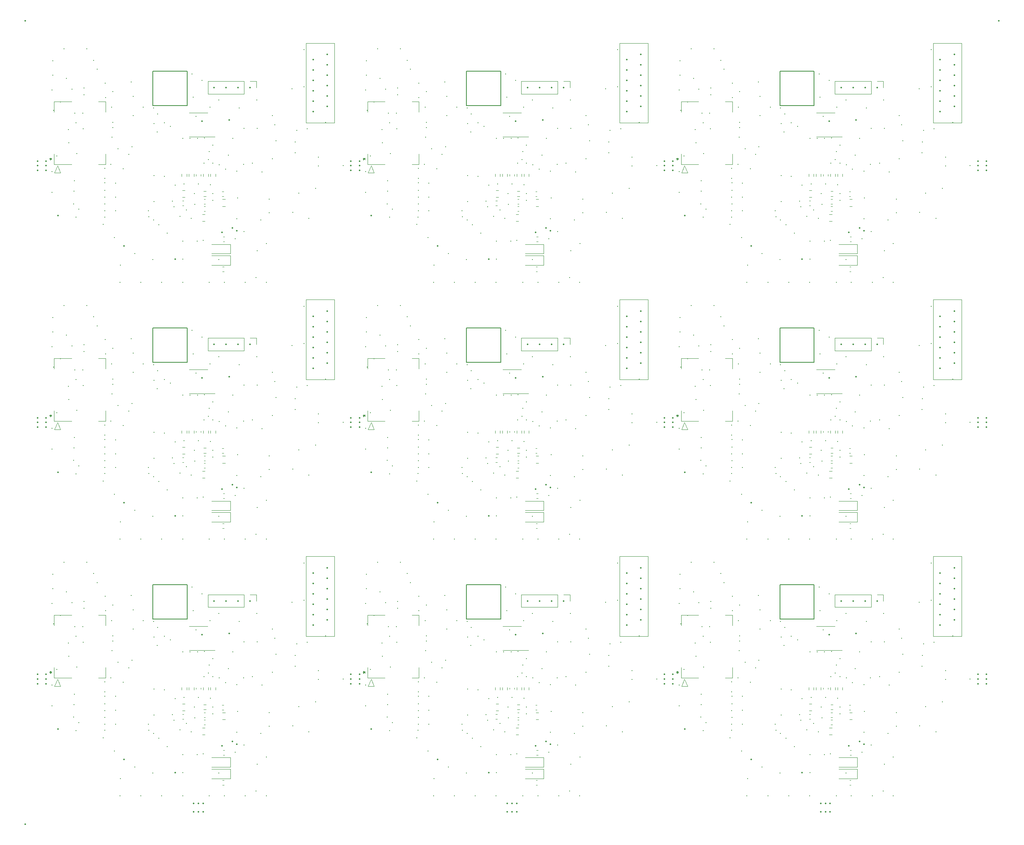
<source format=gbr>
%TF.GenerationSoftware,KiCad,Pcbnew,(6.0.0)*%
%TF.CreationDate,2022-01-01T16:03:18+08:00*%
%TF.ProjectId,SX7H02050048_PB,53583748-3032-4303-9530-3034385f5042,rev?*%
%TF.SameCoordinates,Original*%
%TF.FileFunction,Legend,Top*%
%TF.FilePolarity,Positive*%
%FSLAX46Y46*%
G04 Gerber Fmt 4.6, Leading zero omitted, Abs format (unit mm)*
G04 Created by KiCad (PCBNEW (6.0.0)) date 2022-01-01 16:03:18*
%MOMM*%
%LPD*%
G01*
G04 APERTURE LIST*
%ADD10C,0.150000*%
%ADD11C,0.120000*%
%ADD12C,0.300000*%
%ADD13C,0.350000*%
G04 APERTURE END LIST*
D10*
X182244998Y-141890175D02*
X189483998Y-141890175D01*
X189483998Y-141890175D02*
X189483998Y-149129175D01*
X189483998Y-149129175D02*
X182244998Y-149129175D01*
X182244998Y-149129175D02*
X182244998Y-141890175D01*
X115894998Y-141890175D02*
X123133998Y-141890175D01*
X123133998Y-141890175D02*
X123133998Y-149129175D01*
X123133998Y-149129175D02*
X115894998Y-149129175D01*
X115894998Y-149129175D02*
X115894998Y-141890175D01*
X49544998Y-141890175D02*
X56783998Y-141890175D01*
X56783998Y-141890175D02*
X56783998Y-149129175D01*
X56783998Y-149129175D02*
X49544998Y-149129175D01*
X49544998Y-149129175D02*
X49544998Y-141890175D01*
X182244998Y-87540114D02*
X189483998Y-87540114D01*
X189483998Y-87540114D02*
X189483998Y-94779114D01*
X189483998Y-94779114D02*
X182244998Y-94779114D01*
X182244998Y-94779114D02*
X182244998Y-87540114D01*
X115894998Y-87540114D02*
X123133998Y-87540114D01*
X123133998Y-87540114D02*
X123133998Y-94779114D01*
X123133998Y-94779114D02*
X115894998Y-94779114D01*
X115894998Y-94779114D02*
X115894998Y-87540114D01*
X49544998Y-87540114D02*
X56783998Y-87540114D01*
X56783998Y-87540114D02*
X56783998Y-94779114D01*
X56783998Y-94779114D02*
X49544998Y-94779114D01*
X49544998Y-94779114D02*
X49544998Y-87540114D01*
X182244998Y-33190053D02*
X189483998Y-33190053D01*
X189483998Y-33190053D02*
X189483998Y-40429053D01*
X189483998Y-40429053D02*
X182244998Y-40429053D01*
X182244998Y-40429053D02*
X182244998Y-33190053D01*
X115894998Y-33190053D02*
X123133998Y-33190053D01*
X123133998Y-33190053D02*
X123133998Y-40429053D01*
X123133998Y-40429053D02*
X115894998Y-40429053D01*
X115894998Y-40429053D02*
X115894998Y-33190053D01*
X49544998Y-33190053D02*
X56783998Y-33190053D01*
X56783998Y-33190053D02*
X56783998Y-40429053D01*
X56783998Y-40429053D02*
X49544998Y-40429053D01*
X49544998Y-40429053D02*
X49544998Y-33190053D01*
%TO.C,*%
%TO.C,J2*%
X160361378Y-160432175D02*
X160599474Y-160432175D01*
X160504236Y-160670270D02*
X160599474Y-160432175D01*
X160504236Y-160194079D01*
X160789950Y-160575032D02*
X160599474Y-160432175D01*
X160789950Y-160289317D01*
X94011378Y-160432175D02*
X94249474Y-160432175D01*
X94154236Y-160670270D02*
X94249474Y-160432175D01*
X94154236Y-160194079D01*
X94439950Y-160575032D02*
X94249474Y-160432175D01*
X94439950Y-160289317D01*
X27661378Y-160432175D02*
X27899474Y-160432175D01*
X27804236Y-160670270D02*
X27899474Y-160432175D01*
X27804236Y-160194079D01*
X28089950Y-160575032D02*
X27899474Y-160432175D01*
X28089950Y-160289317D01*
X160361378Y-106082114D02*
X160599474Y-106082114D01*
X160504236Y-106320209D02*
X160599474Y-106082114D01*
X160504236Y-105844018D01*
X160789950Y-106224971D02*
X160599474Y-106082114D01*
X160789950Y-105939256D01*
X94011378Y-106082114D02*
X94249474Y-106082114D01*
X94154236Y-106320209D02*
X94249474Y-106082114D01*
X94154236Y-105844018D01*
X94439950Y-106224971D02*
X94249474Y-106082114D01*
X94439950Y-105939256D01*
X27661378Y-106082114D02*
X27899474Y-106082114D01*
X27804236Y-106320209D02*
X27899474Y-106082114D01*
X27804236Y-105844018D01*
X28089950Y-106224971D02*
X27899474Y-106082114D01*
X28089950Y-105939256D01*
X160361378Y-51732053D02*
X160599474Y-51732053D01*
X160504236Y-51970148D02*
X160599474Y-51732053D01*
X160504236Y-51493957D01*
X160789950Y-51874910D02*
X160599474Y-51732053D01*
X160789950Y-51589195D01*
X94011378Y-51732053D02*
X94249474Y-51732053D01*
X94154236Y-51970148D02*
X94249474Y-51732053D01*
X94154236Y-51493957D01*
X94439950Y-51874910D02*
X94249474Y-51732053D01*
X94439950Y-51589195D01*
X27661378Y-51732053D02*
X27899474Y-51732053D01*
X27804236Y-51970148D02*
X27899474Y-51732053D01*
X27804236Y-51493957D01*
X28089950Y-51874910D02*
X27899474Y-51732053D01*
X28089950Y-51589195D01*
%TO.C,*%
D11*
%TO.C,C120*%
X193339578Y-169959175D02*
X193058418Y-169959175D01*
X193339578Y-168939175D02*
X193058418Y-168939175D01*
%TO.C,R109*%
X195467498Y-164098433D02*
X195467498Y-163623917D01*
X194422498Y-164098433D02*
X194422498Y-163623917D01*
%TO.C,C117*%
X196969746Y-168968175D02*
X197492250Y-168968175D01*
X196969746Y-170438175D02*
X197492250Y-170438175D01*
%TO.C,J2*%
X161325999Y-159423715D02*
X161325999Y-161603662D01*
X172175997Y-148303688D02*
X170696053Y-148303688D01*
X162685999Y-163381662D02*
X161415999Y-163381662D01*
X172175997Y-150483635D02*
X172175997Y-148303688D01*
X170696053Y-161603662D02*
X172175997Y-161603662D01*
X161325999Y-161603662D02*
X165005973Y-161603662D01*
X161325999Y-148303688D02*
X161325999Y-150483635D01*
X162050999Y-161857662D02*
X162685999Y-163381662D01*
X161415999Y-163381662D02*
X162050999Y-161857662D01*
X172175997Y-161603662D02*
X172175997Y-159423715D01*
X165005973Y-148303688D02*
X161325999Y-148303688D01*
%TO.C,L103*%
X193470256Y-168320675D02*
X192995740Y-168320675D01*
X193470256Y-167275675D02*
X192995740Y-167275675D01*
%TO.C,C116*%
X188460746Y-168533175D02*
X188983250Y-168533175D01*
X188460746Y-167063175D02*
X188983250Y-167063175D01*
%TO.C,D107*%
X198591998Y-180482175D02*
X194691998Y-180482175D01*
X198591998Y-180482175D02*
X198591998Y-178482175D01*
X198591998Y-178482175D02*
X194691998Y-178482175D01*
%TO.C,R116*%
X192898498Y-164098433D02*
X192898498Y-163623917D01*
X193943498Y-164098433D02*
X193943498Y-163623917D01*
%TO.C,J1*%
X220662998Y-135887175D02*
X220662998Y-152787175D01*
X214662998Y-135887175D02*
X214662998Y-152787175D01*
X214662998Y-135887175D02*
X220662998Y-135887175D01*
X214662998Y-152787175D02*
X220662998Y-152787175D01*
%TO.C,C135*%
X197244578Y-184310175D02*
X196963418Y-184310175D01*
X197244578Y-183290175D02*
X196963418Y-183290175D01*
%TO.C,D106*%
X198591998Y-182895175D02*
X198591998Y-180895175D01*
X198591998Y-180895175D02*
X194691998Y-180895175D01*
X198591998Y-182895175D02*
X194691998Y-182895175D01*
%TO.C,C122*%
X192406998Y-163720595D02*
X192406998Y-164001755D01*
X191386998Y-163720595D02*
X191386998Y-164001755D01*
%TO.C,R119*%
X188326498Y-163623917D02*
X188326498Y-164098433D01*
X189371498Y-163623917D02*
X189371498Y-164098433D01*
%TO.C,C119*%
X193240250Y-172143175D02*
X192717746Y-172143175D01*
X193240250Y-173613175D02*
X192717746Y-173613175D01*
%TO.C,C113*%
X188454418Y-170340175D02*
X188735578Y-170340175D01*
X188454418Y-169320175D02*
X188735578Y-169320175D01*
%TO.C,J101*%
X193858998Y-143989175D02*
X193858998Y-146649175D01*
X204138998Y-143989175D02*
X204138998Y-145319175D01*
X201538998Y-143989175D02*
X201538998Y-146649175D01*
X202808998Y-143989175D02*
X204138998Y-143989175D01*
X201538998Y-143989175D02*
X193858998Y-143989175D01*
X201538998Y-146649175D02*
X193858998Y-146649175D01*
%TO.C,C136*%
X197371578Y-176940175D02*
X197090418Y-176940175D01*
X197371578Y-177960175D02*
X197090418Y-177960175D01*
%TO.C,R110*%
X189850498Y-163623917D02*
X189850498Y-164098433D01*
X190895498Y-163623917D02*
X190895498Y-164098433D01*
%TO.C,U103*%
X191896998Y-150633175D02*
X189946998Y-150633175D01*
X191896998Y-155753175D02*
X195346998Y-155753175D01*
X191896998Y-155753175D02*
X189946998Y-155753175D01*
X191896998Y-150633175D02*
X193846998Y-150633175D01*
%TO.C,C118*%
X196870418Y-167326415D02*
X197151578Y-167326415D01*
X196870418Y-168346415D02*
X197151578Y-168346415D01*
%TO.C,C121*%
X193339578Y-171525415D02*
X193058418Y-171525415D01*
X193339578Y-170505415D02*
X193058418Y-170505415D01*
%TO.C,C120*%
X126989578Y-169959175D02*
X126708418Y-169959175D01*
X126989578Y-168939175D02*
X126708418Y-168939175D01*
%TO.C,R109*%
X129117498Y-164098433D02*
X129117498Y-163623917D01*
X128072498Y-164098433D02*
X128072498Y-163623917D01*
%TO.C,C117*%
X130619746Y-168968175D02*
X131142250Y-168968175D01*
X130619746Y-170438175D02*
X131142250Y-170438175D01*
%TO.C,J2*%
X94975999Y-159423715D02*
X94975999Y-161603662D01*
X105825997Y-148303688D02*
X104346053Y-148303688D01*
X96335999Y-163381662D02*
X95065999Y-163381662D01*
X105825997Y-150483635D02*
X105825997Y-148303688D01*
X104346053Y-161603662D02*
X105825997Y-161603662D01*
X94975999Y-161603662D02*
X98655973Y-161603662D01*
X94975999Y-148303688D02*
X94975999Y-150483635D01*
X95700999Y-161857662D02*
X96335999Y-163381662D01*
X95065999Y-163381662D02*
X95700999Y-161857662D01*
X105825997Y-161603662D02*
X105825997Y-159423715D01*
X98655973Y-148303688D02*
X94975999Y-148303688D01*
%TO.C,L103*%
X127120256Y-168320675D02*
X126645740Y-168320675D01*
X127120256Y-167275675D02*
X126645740Y-167275675D01*
%TO.C,C116*%
X122110746Y-168533175D02*
X122633250Y-168533175D01*
X122110746Y-167063175D02*
X122633250Y-167063175D01*
%TO.C,D107*%
X132241998Y-180482175D02*
X128341998Y-180482175D01*
X132241998Y-180482175D02*
X132241998Y-178482175D01*
X132241998Y-178482175D02*
X128341998Y-178482175D01*
%TO.C,R116*%
X126548498Y-164098433D02*
X126548498Y-163623917D01*
X127593498Y-164098433D02*
X127593498Y-163623917D01*
%TO.C,J1*%
X154312998Y-135887175D02*
X154312998Y-152787175D01*
X148312998Y-135887175D02*
X148312998Y-152787175D01*
X148312998Y-135887175D02*
X154312998Y-135887175D01*
X148312998Y-152787175D02*
X154312998Y-152787175D01*
%TO.C,C135*%
X130894578Y-184310175D02*
X130613418Y-184310175D01*
X130894578Y-183290175D02*
X130613418Y-183290175D01*
%TO.C,D106*%
X132241998Y-182895175D02*
X132241998Y-180895175D01*
X132241998Y-180895175D02*
X128341998Y-180895175D01*
X132241998Y-182895175D02*
X128341998Y-182895175D01*
%TO.C,C122*%
X126056998Y-163720595D02*
X126056998Y-164001755D01*
X125036998Y-163720595D02*
X125036998Y-164001755D01*
%TO.C,R119*%
X121976498Y-163623917D02*
X121976498Y-164098433D01*
X123021498Y-163623917D02*
X123021498Y-164098433D01*
%TO.C,C119*%
X126890250Y-172143175D02*
X126367746Y-172143175D01*
X126890250Y-173613175D02*
X126367746Y-173613175D01*
%TO.C,C113*%
X122104418Y-170340175D02*
X122385578Y-170340175D01*
X122104418Y-169320175D02*
X122385578Y-169320175D01*
%TO.C,J101*%
X127508998Y-143989175D02*
X127508998Y-146649175D01*
X137788998Y-143989175D02*
X137788998Y-145319175D01*
X135188998Y-143989175D02*
X135188998Y-146649175D01*
X136458998Y-143989175D02*
X137788998Y-143989175D01*
X135188998Y-143989175D02*
X127508998Y-143989175D01*
X135188998Y-146649175D02*
X127508998Y-146649175D01*
%TO.C,C136*%
X131021578Y-176940175D02*
X130740418Y-176940175D01*
X131021578Y-177960175D02*
X130740418Y-177960175D01*
%TO.C,R110*%
X123500498Y-163623917D02*
X123500498Y-164098433D01*
X124545498Y-163623917D02*
X124545498Y-164098433D01*
%TO.C,U103*%
X125546998Y-150633175D02*
X123596998Y-150633175D01*
X125546998Y-155753175D02*
X128996998Y-155753175D01*
X125546998Y-155753175D02*
X123596998Y-155753175D01*
X125546998Y-150633175D02*
X127496998Y-150633175D01*
%TO.C,C118*%
X130520418Y-167326415D02*
X130801578Y-167326415D01*
X130520418Y-168346415D02*
X130801578Y-168346415D01*
%TO.C,C121*%
X126989578Y-171525415D02*
X126708418Y-171525415D01*
X126989578Y-170505415D02*
X126708418Y-170505415D01*
%TO.C,C120*%
X60639578Y-169959175D02*
X60358418Y-169959175D01*
X60639578Y-168939175D02*
X60358418Y-168939175D01*
%TO.C,R109*%
X62767498Y-164098433D02*
X62767498Y-163623917D01*
X61722498Y-164098433D02*
X61722498Y-163623917D01*
%TO.C,C117*%
X64269746Y-168968175D02*
X64792250Y-168968175D01*
X64269746Y-170438175D02*
X64792250Y-170438175D01*
%TO.C,J2*%
X28625999Y-159423715D02*
X28625999Y-161603662D01*
X39475997Y-148303688D02*
X37996053Y-148303688D01*
X29985999Y-163381662D02*
X28715999Y-163381662D01*
X39475997Y-150483635D02*
X39475997Y-148303688D01*
X37996053Y-161603662D02*
X39475997Y-161603662D01*
X28625999Y-161603662D02*
X32305973Y-161603662D01*
X28625999Y-148303688D02*
X28625999Y-150483635D01*
X29350999Y-161857662D02*
X29985999Y-163381662D01*
X28715999Y-163381662D02*
X29350999Y-161857662D01*
X39475997Y-161603662D02*
X39475997Y-159423715D01*
X32305973Y-148303688D02*
X28625999Y-148303688D01*
%TO.C,L103*%
X60770256Y-168320675D02*
X60295740Y-168320675D01*
X60770256Y-167275675D02*
X60295740Y-167275675D01*
%TO.C,C116*%
X55760746Y-168533175D02*
X56283250Y-168533175D01*
X55760746Y-167063175D02*
X56283250Y-167063175D01*
%TO.C,D107*%
X65891998Y-180482175D02*
X61991998Y-180482175D01*
X65891998Y-180482175D02*
X65891998Y-178482175D01*
X65891998Y-178482175D02*
X61991998Y-178482175D01*
%TO.C,R116*%
X60198498Y-164098433D02*
X60198498Y-163623917D01*
X61243498Y-164098433D02*
X61243498Y-163623917D01*
%TO.C,J1*%
X87962998Y-135887175D02*
X87962998Y-152787175D01*
X81962998Y-135887175D02*
X81962998Y-152787175D01*
X81962998Y-135887175D02*
X87962998Y-135887175D01*
X81962998Y-152787175D02*
X87962998Y-152787175D01*
%TO.C,C135*%
X64544578Y-184310175D02*
X64263418Y-184310175D01*
X64544578Y-183290175D02*
X64263418Y-183290175D01*
%TO.C,D106*%
X65891998Y-182895175D02*
X65891998Y-180895175D01*
X65891998Y-180895175D02*
X61991998Y-180895175D01*
X65891998Y-182895175D02*
X61991998Y-182895175D01*
%TO.C,C122*%
X59706998Y-163720595D02*
X59706998Y-164001755D01*
X58686998Y-163720595D02*
X58686998Y-164001755D01*
%TO.C,R119*%
X55626498Y-163623917D02*
X55626498Y-164098433D01*
X56671498Y-163623917D02*
X56671498Y-164098433D01*
%TO.C,C119*%
X60540250Y-172143175D02*
X60017746Y-172143175D01*
X60540250Y-173613175D02*
X60017746Y-173613175D01*
%TO.C,C113*%
X55754418Y-170340175D02*
X56035578Y-170340175D01*
X55754418Y-169320175D02*
X56035578Y-169320175D01*
%TO.C,J101*%
X61158998Y-143989175D02*
X61158998Y-146649175D01*
X71438998Y-143989175D02*
X71438998Y-145319175D01*
X68838998Y-143989175D02*
X68838998Y-146649175D01*
X70108998Y-143989175D02*
X71438998Y-143989175D01*
X68838998Y-143989175D02*
X61158998Y-143989175D01*
X68838998Y-146649175D02*
X61158998Y-146649175D01*
%TO.C,C136*%
X64671578Y-176940175D02*
X64390418Y-176940175D01*
X64671578Y-177960175D02*
X64390418Y-177960175D01*
%TO.C,R110*%
X57150498Y-163623917D02*
X57150498Y-164098433D01*
X58195498Y-163623917D02*
X58195498Y-164098433D01*
%TO.C,U103*%
X59196998Y-150633175D02*
X57246998Y-150633175D01*
X59196998Y-155753175D02*
X62646998Y-155753175D01*
X59196998Y-155753175D02*
X57246998Y-155753175D01*
X59196998Y-150633175D02*
X61146998Y-150633175D01*
%TO.C,C118*%
X64170418Y-167326415D02*
X64451578Y-167326415D01*
X64170418Y-168346415D02*
X64451578Y-168346415D01*
%TO.C,C121*%
X60639578Y-171525415D02*
X60358418Y-171525415D01*
X60639578Y-170505415D02*
X60358418Y-170505415D01*
%TO.C,C120*%
X193339578Y-115609114D02*
X193058418Y-115609114D01*
X193339578Y-114589114D02*
X193058418Y-114589114D01*
%TO.C,R109*%
X195467498Y-109748372D02*
X195467498Y-109273856D01*
X194422498Y-109748372D02*
X194422498Y-109273856D01*
%TO.C,C117*%
X196969746Y-114618114D02*
X197492250Y-114618114D01*
X196969746Y-116088114D02*
X197492250Y-116088114D01*
%TO.C,J2*%
X161325999Y-105073654D02*
X161325999Y-107253601D01*
X172175997Y-93953627D02*
X170696053Y-93953627D01*
X162685999Y-109031601D02*
X161415999Y-109031601D01*
X172175997Y-96133574D02*
X172175997Y-93953627D01*
X170696053Y-107253601D02*
X172175997Y-107253601D01*
X161325999Y-107253601D02*
X165005973Y-107253601D01*
X161325999Y-93953627D02*
X161325999Y-96133574D01*
X162050999Y-107507601D02*
X162685999Y-109031601D01*
X161415999Y-109031601D02*
X162050999Y-107507601D01*
X172175997Y-107253601D02*
X172175997Y-105073654D01*
X165005973Y-93953627D02*
X161325999Y-93953627D01*
%TO.C,L103*%
X193470256Y-113970614D02*
X192995740Y-113970614D01*
X193470256Y-112925614D02*
X192995740Y-112925614D01*
%TO.C,C116*%
X188460746Y-114183114D02*
X188983250Y-114183114D01*
X188460746Y-112713114D02*
X188983250Y-112713114D01*
%TO.C,D107*%
X198591998Y-126132114D02*
X194691998Y-126132114D01*
X198591998Y-126132114D02*
X198591998Y-124132114D01*
X198591998Y-124132114D02*
X194691998Y-124132114D01*
%TO.C,R116*%
X192898498Y-109748372D02*
X192898498Y-109273856D01*
X193943498Y-109748372D02*
X193943498Y-109273856D01*
%TO.C,J1*%
X220662998Y-81537114D02*
X220662998Y-98437114D01*
X214662998Y-81537114D02*
X214662998Y-98437114D01*
X214662998Y-81537114D02*
X220662998Y-81537114D01*
X214662998Y-98437114D02*
X220662998Y-98437114D01*
%TO.C,C135*%
X197244578Y-129960114D02*
X196963418Y-129960114D01*
X197244578Y-128940114D02*
X196963418Y-128940114D01*
%TO.C,D106*%
X198591998Y-128545114D02*
X198591998Y-126545114D01*
X198591998Y-126545114D02*
X194691998Y-126545114D01*
X198591998Y-128545114D02*
X194691998Y-128545114D01*
%TO.C,C122*%
X192406998Y-109370534D02*
X192406998Y-109651694D01*
X191386998Y-109370534D02*
X191386998Y-109651694D01*
%TO.C,R119*%
X188326498Y-109273856D02*
X188326498Y-109748372D01*
X189371498Y-109273856D02*
X189371498Y-109748372D01*
%TO.C,C119*%
X193240250Y-117793114D02*
X192717746Y-117793114D01*
X193240250Y-119263114D02*
X192717746Y-119263114D01*
%TO.C,C113*%
X188454418Y-115990114D02*
X188735578Y-115990114D01*
X188454418Y-114970114D02*
X188735578Y-114970114D01*
%TO.C,J101*%
X193858998Y-89639114D02*
X193858998Y-92299114D01*
X204138998Y-89639114D02*
X204138998Y-90969114D01*
X201538998Y-89639114D02*
X201538998Y-92299114D01*
X202808998Y-89639114D02*
X204138998Y-89639114D01*
X201538998Y-89639114D02*
X193858998Y-89639114D01*
X201538998Y-92299114D02*
X193858998Y-92299114D01*
%TO.C,C136*%
X197371578Y-122590114D02*
X197090418Y-122590114D01*
X197371578Y-123610114D02*
X197090418Y-123610114D01*
%TO.C,R110*%
X189850498Y-109273856D02*
X189850498Y-109748372D01*
X190895498Y-109273856D02*
X190895498Y-109748372D01*
%TO.C,U103*%
X191896998Y-96283114D02*
X189946998Y-96283114D01*
X191896998Y-101403114D02*
X195346998Y-101403114D01*
X191896998Y-101403114D02*
X189946998Y-101403114D01*
X191896998Y-96283114D02*
X193846998Y-96283114D01*
%TO.C,C118*%
X196870418Y-112976354D02*
X197151578Y-112976354D01*
X196870418Y-113996354D02*
X197151578Y-113996354D01*
%TO.C,C121*%
X193339578Y-117175354D02*
X193058418Y-117175354D01*
X193339578Y-116155354D02*
X193058418Y-116155354D01*
%TO.C,C120*%
X126989578Y-115609114D02*
X126708418Y-115609114D01*
X126989578Y-114589114D02*
X126708418Y-114589114D01*
%TO.C,R109*%
X129117498Y-109748372D02*
X129117498Y-109273856D01*
X128072498Y-109748372D02*
X128072498Y-109273856D01*
%TO.C,C117*%
X130619746Y-114618114D02*
X131142250Y-114618114D01*
X130619746Y-116088114D02*
X131142250Y-116088114D01*
%TO.C,J2*%
X94975999Y-105073654D02*
X94975999Y-107253601D01*
X105825997Y-93953627D02*
X104346053Y-93953627D01*
X96335999Y-109031601D02*
X95065999Y-109031601D01*
X105825997Y-96133574D02*
X105825997Y-93953627D01*
X104346053Y-107253601D02*
X105825997Y-107253601D01*
X94975999Y-107253601D02*
X98655973Y-107253601D01*
X94975999Y-93953627D02*
X94975999Y-96133574D01*
X95700999Y-107507601D02*
X96335999Y-109031601D01*
X95065999Y-109031601D02*
X95700999Y-107507601D01*
X105825997Y-107253601D02*
X105825997Y-105073654D01*
X98655973Y-93953627D02*
X94975999Y-93953627D01*
%TO.C,L103*%
X127120256Y-113970614D02*
X126645740Y-113970614D01*
X127120256Y-112925614D02*
X126645740Y-112925614D01*
%TO.C,C116*%
X122110746Y-114183114D02*
X122633250Y-114183114D01*
X122110746Y-112713114D02*
X122633250Y-112713114D01*
%TO.C,D107*%
X132241998Y-126132114D02*
X128341998Y-126132114D01*
X132241998Y-126132114D02*
X132241998Y-124132114D01*
X132241998Y-124132114D02*
X128341998Y-124132114D01*
%TO.C,R116*%
X126548498Y-109748372D02*
X126548498Y-109273856D01*
X127593498Y-109748372D02*
X127593498Y-109273856D01*
%TO.C,J1*%
X154312998Y-81537114D02*
X154312998Y-98437114D01*
X148312998Y-81537114D02*
X148312998Y-98437114D01*
X148312998Y-81537114D02*
X154312998Y-81537114D01*
X148312998Y-98437114D02*
X154312998Y-98437114D01*
%TO.C,C135*%
X130894578Y-129960114D02*
X130613418Y-129960114D01*
X130894578Y-128940114D02*
X130613418Y-128940114D01*
%TO.C,D106*%
X132241998Y-128545114D02*
X132241998Y-126545114D01*
X132241998Y-126545114D02*
X128341998Y-126545114D01*
X132241998Y-128545114D02*
X128341998Y-128545114D01*
%TO.C,C122*%
X126056998Y-109370534D02*
X126056998Y-109651694D01*
X125036998Y-109370534D02*
X125036998Y-109651694D01*
%TO.C,R119*%
X121976498Y-109273856D02*
X121976498Y-109748372D01*
X123021498Y-109273856D02*
X123021498Y-109748372D01*
%TO.C,C119*%
X126890250Y-117793114D02*
X126367746Y-117793114D01*
X126890250Y-119263114D02*
X126367746Y-119263114D01*
%TO.C,C113*%
X122104418Y-115990114D02*
X122385578Y-115990114D01*
X122104418Y-114970114D02*
X122385578Y-114970114D01*
%TO.C,J101*%
X127508998Y-89639114D02*
X127508998Y-92299114D01*
X137788998Y-89639114D02*
X137788998Y-90969114D01*
X135188998Y-89639114D02*
X135188998Y-92299114D01*
X136458998Y-89639114D02*
X137788998Y-89639114D01*
X135188998Y-89639114D02*
X127508998Y-89639114D01*
X135188998Y-92299114D02*
X127508998Y-92299114D01*
%TO.C,C136*%
X131021578Y-122590114D02*
X130740418Y-122590114D01*
X131021578Y-123610114D02*
X130740418Y-123610114D01*
%TO.C,R110*%
X123500498Y-109273856D02*
X123500498Y-109748372D01*
X124545498Y-109273856D02*
X124545498Y-109748372D01*
%TO.C,U103*%
X125546998Y-96283114D02*
X123596998Y-96283114D01*
X125546998Y-101403114D02*
X128996998Y-101403114D01*
X125546998Y-101403114D02*
X123596998Y-101403114D01*
X125546998Y-96283114D02*
X127496998Y-96283114D01*
%TO.C,C118*%
X130520418Y-112976354D02*
X130801578Y-112976354D01*
X130520418Y-113996354D02*
X130801578Y-113996354D01*
%TO.C,C121*%
X126989578Y-117175354D02*
X126708418Y-117175354D01*
X126989578Y-116155354D02*
X126708418Y-116155354D01*
%TO.C,C120*%
X60639578Y-115609114D02*
X60358418Y-115609114D01*
X60639578Y-114589114D02*
X60358418Y-114589114D01*
%TO.C,R109*%
X62767498Y-109748372D02*
X62767498Y-109273856D01*
X61722498Y-109748372D02*
X61722498Y-109273856D01*
%TO.C,C117*%
X64269746Y-114618114D02*
X64792250Y-114618114D01*
X64269746Y-116088114D02*
X64792250Y-116088114D01*
%TO.C,J2*%
X28625999Y-105073654D02*
X28625999Y-107253601D01*
X39475997Y-93953627D02*
X37996053Y-93953627D01*
X29985999Y-109031601D02*
X28715999Y-109031601D01*
X39475997Y-96133574D02*
X39475997Y-93953627D01*
X37996053Y-107253601D02*
X39475997Y-107253601D01*
X28625999Y-107253601D02*
X32305973Y-107253601D01*
X28625999Y-93953627D02*
X28625999Y-96133574D01*
X29350999Y-107507601D02*
X29985999Y-109031601D01*
X28715999Y-109031601D02*
X29350999Y-107507601D01*
X39475997Y-107253601D02*
X39475997Y-105073654D01*
X32305973Y-93953627D02*
X28625999Y-93953627D01*
%TO.C,L103*%
X60770256Y-113970614D02*
X60295740Y-113970614D01*
X60770256Y-112925614D02*
X60295740Y-112925614D01*
%TO.C,C116*%
X55760746Y-114183114D02*
X56283250Y-114183114D01*
X55760746Y-112713114D02*
X56283250Y-112713114D01*
%TO.C,D107*%
X65891998Y-126132114D02*
X61991998Y-126132114D01*
X65891998Y-126132114D02*
X65891998Y-124132114D01*
X65891998Y-124132114D02*
X61991998Y-124132114D01*
%TO.C,R116*%
X60198498Y-109748372D02*
X60198498Y-109273856D01*
X61243498Y-109748372D02*
X61243498Y-109273856D01*
%TO.C,J1*%
X87962998Y-81537114D02*
X87962998Y-98437114D01*
X81962998Y-81537114D02*
X81962998Y-98437114D01*
X81962998Y-81537114D02*
X87962998Y-81537114D01*
X81962998Y-98437114D02*
X87962998Y-98437114D01*
%TO.C,C135*%
X64544578Y-129960114D02*
X64263418Y-129960114D01*
X64544578Y-128940114D02*
X64263418Y-128940114D01*
%TO.C,D106*%
X65891998Y-128545114D02*
X65891998Y-126545114D01*
X65891998Y-126545114D02*
X61991998Y-126545114D01*
X65891998Y-128545114D02*
X61991998Y-128545114D01*
%TO.C,C122*%
X59706998Y-109370534D02*
X59706998Y-109651694D01*
X58686998Y-109370534D02*
X58686998Y-109651694D01*
%TO.C,R119*%
X55626498Y-109273856D02*
X55626498Y-109748372D01*
X56671498Y-109273856D02*
X56671498Y-109748372D01*
%TO.C,C119*%
X60540250Y-117793114D02*
X60017746Y-117793114D01*
X60540250Y-119263114D02*
X60017746Y-119263114D01*
%TO.C,C113*%
X55754418Y-115990114D02*
X56035578Y-115990114D01*
X55754418Y-114970114D02*
X56035578Y-114970114D01*
%TO.C,J101*%
X61158998Y-89639114D02*
X61158998Y-92299114D01*
X71438998Y-89639114D02*
X71438998Y-90969114D01*
X68838998Y-89639114D02*
X68838998Y-92299114D01*
X70108998Y-89639114D02*
X71438998Y-89639114D01*
X68838998Y-89639114D02*
X61158998Y-89639114D01*
X68838998Y-92299114D02*
X61158998Y-92299114D01*
%TO.C,C136*%
X64671578Y-122590114D02*
X64390418Y-122590114D01*
X64671578Y-123610114D02*
X64390418Y-123610114D01*
%TO.C,R110*%
X57150498Y-109273856D02*
X57150498Y-109748372D01*
X58195498Y-109273856D02*
X58195498Y-109748372D01*
%TO.C,U103*%
X59196998Y-96283114D02*
X57246998Y-96283114D01*
X59196998Y-101403114D02*
X62646998Y-101403114D01*
X59196998Y-101403114D02*
X57246998Y-101403114D01*
X59196998Y-96283114D02*
X61146998Y-96283114D01*
%TO.C,C118*%
X64170418Y-112976354D02*
X64451578Y-112976354D01*
X64170418Y-113996354D02*
X64451578Y-113996354D01*
%TO.C,C121*%
X60639578Y-117175354D02*
X60358418Y-117175354D01*
X60639578Y-116155354D02*
X60358418Y-116155354D01*
%TO.C,C120*%
X193339578Y-61259053D02*
X193058418Y-61259053D01*
X193339578Y-60239053D02*
X193058418Y-60239053D01*
%TO.C,R109*%
X195467498Y-55398311D02*
X195467498Y-54923795D01*
X194422498Y-55398311D02*
X194422498Y-54923795D01*
%TO.C,C117*%
X196969746Y-60268053D02*
X197492250Y-60268053D01*
X196969746Y-61738053D02*
X197492250Y-61738053D01*
%TO.C,J2*%
X161325999Y-50723593D02*
X161325999Y-52903540D01*
X172175997Y-39603566D02*
X170696053Y-39603566D01*
X162685999Y-54681540D02*
X161415999Y-54681540D01*
X172175997Y-41783513D02*
X172175997Y-39603566D01*
X170696053Y-52903540D02*
X172175997Y-52903540D01*
X161325999Y-52903540D02*
X165005973Y-52903540D01*
X161325999Y-39603566D02*
X161325999Y-41783513D01*
X162050999Y-53157540D02*
X162685999Y-54681540D01*
X161415999Y-54681540D02*
X162050999Y-53157540D01*
X172175997Y-52903540D02*
X172175997Y-50723593D01*
X165005973Y-39603566D02*
X161325999Y-39603566D01*
%TO.C,L103*%
X193470256Y-59620553D02*
X192995740Y-59620553D01*
X193470256Y-58575553D02*
X192995740Y-58575553D01*
%TO.C,C116*%
X188460746Y-59833053D02*
X188983250Y-59833053D01*
X188460746Y-58363053D02*
X188983250Y-58363053D01*
%TO.C,D107*%
X198591998Y-71782053D02*
X194691998Y-71782053D01*
X198591998Y-71782053D02*
X198591998Y-69782053D01*
X198591998Y-69782053D02*
X194691998Y-69782053D01*
%TO.C,R116*%
X192898498Y-55398311D02*
X192898498Y-54923795D01*
X193943498Y-55398311D02*
X193943498Y-54923795D01*
%TO.C,J1*%
X220662998Y-27187053D02*
X220662998Y-44087053D01*
X214662998Y-27187053D02*
X214662998Y-44087053D01*
X214662998Y-27187053D02*
X220662998Y-27187053D01*
X214662998Y-44087053D02*
X220662998Y-44087053D01*
%TO.C,C135*%
X197244578Y-75610053D02*
X196963418Y-75610053D01*
X197244578Y-74590053D02*
X196963418Y-74590053D01*
%TO.C,D106*%
X198591998Y-74195053D02*
X198591998Y-72195053D01*
X198591998Y-72195053D02*
X194691998Y-72195053D01*
X198591998Y-74195053D02*
X194691998Y-74195053D01*
%TO.C,C122*%
X192406998Y-55020473D02*
X192406998Y-55301633D01*
X191386998Y-55020473D02*
X191386998Y-55301633D01*
%TO.C,R119*%
X188326498Y-54923795D02*
X188326498Y-55398311D01*
X189371498Y-54923795D02*
X189371498Y-55398311D01*
%TO.C,C119*%
X193240250Y-63443053D02*
X192717746Y-63443053D01*
X193240250Y-64913053D02*
X192717746Y-64913053D01*
%TO.C,C113*%
X188454418Y-61640053D02*
X188735578Y-61640053D01*
X188454418Y-60620053D02*
X188735578Y-60620053D01*
%TO.C,J101*%
X193858998Y-35289053D02*
X193858998Y-37949053D01*
X204138998Y-35289053D02*
X204138998Y-36619053D01*
X201538998Y-35289053D02*
X201538998Y-37949053D01*
X202808998Y-35289053D02*
X204138998Y-35289053D01*
X201538998Y-35289053D02*
X193858998Y-35289053D01*
X201538998Y-37949053D02*
X193858998Y-37949053D01*
%TO.C,C136*%
X197371578Y-68240053D02*
X197090418Y-68240053D01*
X197371578Y-69260053D02*
X197090418Y-69260053D01*
%TO.C,R110*%
X189850498Y-54923795D02*
X189850498Y-55398311D01*
X190895498Y-54923795D02*
X190895498Y-55398311D01*
%TO.C,U103*%
X191896998Y-41933053D02*
X189946998Y-41933053D01*
X191896998Y-47053053D02*
X195346998Y-47053053D01*
X191896998Y-47053053D02*
X189946998Y-47053053D01*
X191896998Y-41933053D02*
X193846998Y-41933053D01*
%TO.C,C118*%
X196870418Y-58626293D02*
X197151578Y-58626293D01*
X196870418Y-59646293D02*
X197151578Y-59646293D01*
%TO.C,C121*%
X193339578Y-62825293D02*
X193058418Y-62825293D01*
X193339578Y-61805293D02*
X193058418Y-61805293D01*
%TO.C,C120*%
X126989578Y-61259053D02*
X126708418Y-61259053D01*
X126989578Y-60239053D02*
X126708418Y-60239053D01*
%TO.C,R109*%
X129117498Y-55398311D02*
X129117498Y-54923795D01*
X128072498Y-55398311D02*
X128072498Y-54923795D01*
%TO.C,C117*%
X130619746Y-60268053D02*
X131142250Y-60268053D01*
X130619746Y-61738053D02*
X131142250Y-61738053D01*
%TO.C,J2*%
X94975999Y-50723593D02*
X94975999Y-52903540D01*
X105825997Y-39603566D02*
X104346053Y-39603566D01*
X96335999Y-54681540D02*
X95065999Y-54681540D01*
X105825997Y-41783513D02*
X105825997Y-39603566D01*
X104346053Y-52903540D02*
X105825997Y-52903540D01*
X94975999Y-52903540D02*
X98655973Y-52903540D01*
X94975999Y-39603566D02*
X94975999Y-41783513D01*
X95700999Y-53157540D02*
X96335999Y-54681540D01*
X95065999Y-54681540D02*
X95700999Y-53157540D01*
X105825997Y-52903540D02*
X105825997Y-50723593D01*
X98655973Y-39603566D02*
X94975999Y-39603566D01*
%TO.C,L103*%
X127120256Y-59620553D02*
X126645740Y-59620553D01*
X127120256Y-58575553D02*
X126645740Y-58575553D01*
%TO.C,C116*%
X122110746Y-59833053D02*
X122633250Y-59833053D01*
X122110746Y-58363053D02*
X122633250Y-58363053D01*
%TO.C,D107*%
X132241998Y-71782053D02*
X128341998Y-71782053D01*
X132241998Y-71782053D02*
X132241998Y-69782053D01*
X132241998Y-69782053D02*
X128341998Y-69782053D01*
%TO.C,R116*%
X126548498Y-55398311D02*
X126548498Y-54923795D01*
X127593498Y-55398311D02*
X127593498Y-54923795D01*
%TO.C,J1*%
X154312998Y-27187053D02*
X154312998Y-44087053D01*
X148312998Y-27187053D02*
X148312998Y-44087053D01*
X148312998Y-27187053D02*
X154312998Y-27187053D01*
X148312998Y-44087053D02*
X154312998Y-44087053D01*
%TO.C,C135*%
X130894578Y-75610053D02*
X130613418Y-75610053D01*
X130894578Y-74590053D02*
X130613418Y-74590053D01*
%TO.C,D106*%
X132241998Y-74195053D02*
X132241998Y-72195053D01*
X132241998Y-72195053D02*
X128341998Y-72195053D01*
X132241998Y-74195053D02*
X128341998Y-74195053D01*
%TO.C,C122*%
X126056998Y-55020473D02*
X126056998Y-55301633D01*
X125036998Y-55020473D02*
X125036998Y-55301633D01*
%TO.C,R119*%
X121976498Y-54923795D02*
X121976498Y-55398311D01*
X123021498Y-54923795D02*
X123021498Y-55398311D01*
%TO.C,C119*%
X126890250Y-63443053D02*
X126367746Y-63443053D01*
X126890250Y-64913053D02*
X126367746Y-64913053D01*
%TO.C,C113*%
X122104418Y-61640053D02*
X122385578Y-61640053D01*
X122104418Y-60620053D02*
X122385578Y-60620053D01*
%TO.C,J101*%
X127508998Y-35289053D02*
X127508998Y-37949053D01*
X137788998Y-35289053D02*
X137788998Y-36619053D01*
X135188998Y-35289053D02*
X135188998Y-37949053D01*
X136458998Y-35289053D02*
X137788998Y-35289053D01*
X135188998Y-35289053D02*
X127508998Y-35289053D01*
X135188998Y-37949053D02*
X127508998Y-37949053D01*
%TO.C,C136*%
X131021578Y-68240053D02*
X130740418Y-68240053D01*
X131021578Y-69260053D02*
X130740418Y-69260053D01*
%TO.C,R110*%
X123500498Y-54923795D02*
X123500498Y-55398311D01*
X124545498Y-54923795D02*
X124545498Y-55398311D01*
%TO.C,U103*%
X125546998Y-41933053D02*
X123596998Y-41933053D01*
X125546998Y-47053053D02*
X128996998Y-47053053D01*
X125546998Y-47053053D02*
X123596998Y-47053053D01*
X125546998Y-41933053D02*
X127496998Y-41933053D01*
%TO.C,C118*%
X130520418Y-58626293D02*
X130801578Y-58626293D01*
X130520418Y-59646293D02*
X130801578Y-59646293D01*
%TO.C,C121*%
X126989578Y-62825293D02*
X126708418Y-62825293D01*
X126989578Y-61805293D02*
X126708418Y-61805293D01*
%TO.C,C120*%
X60639578Y-61259053D02*
X60358418Y-61259053D01*
X60639578Y-60239053D02*
X60358418Y-60239053D01*
%TO.C,R109*%
X62767498Y-55398311D02*
X62767498Y-54923795D01*
X61722498Y-55398311D02*
X61722498Y-54923795D01*
%TO.C,C117*%
X64269746Y-60268053D02*
X64792250Y-60268053D01*
X64269746Y-61738053D02*
X64792250Y-61738053D01*
%TO.C,J2*%
X28625999Y-50723593D02*
X28625999Y-52903540D01*
X39475997Y-39603566D02*
X37996053Y-39603566D01*
X29985999Y-54681540D02*
X28715999Y-54681540D01*
X39475997Y-41783513D02*
X39475997Y-39603566D01*
X37996053Y-52903540D02*
X39475997Y-52903540D01*
X28625999Y-52903540D02*
X32305973Y-52903540D01*
X28625999Y-39603566D02*
X28625999Y-41783513D01*
X29350999Y-53157540D02*
X29985999Y-54681540D01*
X28715999Y-54681540D02*
X29350999Y-53157540D01*
X39475997Y-52903540D02*
X39475997Y-50723593D01*
X32305973Y-39603566D02*
X28625999Y-39603566D01*
%TO.C,L103*%
X60770256Y-59620553D02*
X60295740Y-59620553D01*
X60770256Y-58575553D02*
X60295740Y-58575553D01*
%TO.C,C116*%
X55760746Y-59833053D02*
X56283250Y-59833053D01*
X55760746Y-58363053D02*
X56283250Y-58363053D01*
%TO.C,D107*%
X65891998Y-71782053D02*
X61991998Y-71782053D01*
X65891998Y-71782053D02*
X65891998Y-69782053D01*
X65891998Y-69782053D02*
X61991998Y-69782053D01*
%TO.C,R116*%
X60198498Y-55398311D02*
X60198498Y-54923795D01*
X61243498Y-55398311D02*
X61243498Y-54923795D01*
%TO.C,J1*%
X87962998Y-27187053D02*
X87962998Y-44087053D01*
X81962998Y-27187053D02*
X81962998Y-44087053D01*
X81962998Y-27187053D02*
X87962998Y-27187053D01*
X81962998Y-44087053D02*
X87962998Y-44087053D01*
%TO.C,C135*%
X64544578Y-75610053D02*
X64263418Y-75610053D01*
X64544578Y-74590053D02*
X64263418Y-74590053D01*
%TO.C,D106*%
X65891998Y-74195053D02*
X65891998Y-72195053D01*
X65891998Y-72195053D02*
X61991998Y-72195053D01*
X65891998Y-74195053D02*
X61991998Y-74195053D01*
%TO.C,C122*%
X59706998Y-55020473D02*
X59706998Y-55301633D01*
X58686998Y-55020473D02*
X58686998Y-55301633D01*
%TO.C,R119*%
X55626498Y-54923795D02*
X55626498Y-55398311D01*
X56671498Y-54923795D02*
X56671498Y-55398311D01*
%TO.C,C119*%
X60540250Y-63443053D02*
X60017746Y-63443053D01*
X60540250Y-64913053D02*
X60017746Y-64913053D01*
%TO.C,C113*%
X55754418Y-61640053D02*
X56035578Y-61640053D01*
X55754418Y-60620053D02*
X56035578Y-60620053D01*
%TO.C,J101*%
X61158998Y-35289053D02*
X61158998Y-37949053D01*
X71438998Y-35289053D02*
X71438998Y-36619053D01*
X68838998Y-35289053D02*
X68838998Y-37949053D01*
X70108998Y-35289053D02*
X71438998Y-35289053D01*
X68838998Y-35289053D02*
X61158998Y-35289053D01*
X68838998Y-37949053D02*
X61158998Y-37949053D01*
%TO.C,C136*%
X64671578Y-68240053D02*
X64390418Y-68240053D01*
X64671578Y-69260053D02*
X64390418Y-69260053D01*
%TO.C,R110*%
X57150498Y-54923795D02*
X57150498Y-55398311D01*
X58195498Y-54923795D02*
X58195498Y-55398311D01*
%TO.C,U103*%
X59196998Y-41933053D02*
X57246998Y-41933053D01*
X59196998Y-47053053D02*
X62646998Y-47053053D01*
X59196998Y-47053053D02*
X57246998Y-47053053D01*
X59196998Y-41933053D02*
X61146998Y-41933053D01*
%TO.C,C118*%
X64170418Y-58626293D02*
X64451578Y-58626293D01*
X64170418Y-59646293D02*
X64451578Y-59646293D01*
%TO.C,C121*%
X60639578Y-62825293D02*
X60358418Y-62825293D01*
X60639578Y-61805293D02*
X60358418Y-61805293D01*
%TD*%
D12*
X193978598Y-160608775D03*
X188594998Y-156114175D03*
X184657998Y-152812175D03*
X191682498Y-156108791D03*
X190118998Y-156114175D03*
X185967498Y-153574175D03*
X217282998Y-160051175D03*
X205358998Y-163161175D03*
X200024998Y-163036175D03*
X172186598Y-147401975D03*
X181399748Y-172667925D03*
X182371998Y-173386175D03*
X173735998Y-152685175D03*
X181264998Y-171445175D03*
X173735998Y-146208175D03*
X183514998Y-174402175D03*
X173608998Y-155860175D03*
X188848998Y-165766175D03*
X172048998Y-162464175D03*
X172051898Y-168535375D03*
X172040598Y-171432875D03*
X172072598Y-165508075D03*
X212363536Y-156856637D03*
X201548998Y-153955175D03*
X204342998Y-153955175D03*
X193039998Y-161321175D03*
X194944998Y-161321175D03*
X173481998Y-149510175D03*
X172161198Y-144353975D03*
X173735998Y-153828175D03*
X164337998Y-154209175D03*
X165560998Y-167267275D03*
X166577298Y-171078875D03*
X165570198Y-165050875D03*
X165468598Y-169927675D03*
X166115998Y-159289175D03*
X191642998Y-177831175D03*
X188594998Y-181641175D03*
X161924998Y-159797175D03*
X212343998Y-159162175D03*
X212661498Y-154399675D03*
X199135998Y-156114175D03*
X192912998Y-177704175D03*
X188594998Y-177831175D03*
X193166998Y-155987175D03*
X194944998Y-169195175D03*
X192650998Y-143787175D03*
D13*
X199074164Y-175076675D03*
D12*
X194944998Y-167798175D03*
D13*
X200024998Y-175672175D03*
D12*
X183133998Y-154717175D03*
X201421998Y-161575175D03*
X186379458Y-169360585D03*
X194182998Y-158908175D03*
X196280998Y-161636175D03*
X175980954Y-162488019D03*
X174307798Y-168490275D03*
X177092898Y-159496475D03*
D13*
X176148998Y-178847175D03*
D12*
X174307798Y-171400875D03*
X174298598Y-165529675D03*
X160908998Y-163099175D03*
X167512998Y-154082175D03*
X185292998Y-176180175D03*
X174116998Y-177069175D03*
X201799366Y-186594175D03*
X215264998Y-173005175D03*
X218820998Y-152685175D03*
X163956998Y-143414175D03*
X190537398Y-142407175D03*
X179683226Y-186594175D03*
X180212998Y-149510175D03*
X178053998Y-147224175D03*
X167639998Y-146843175D03*
X194436998Y-165893175D03*
X211835998Y-171735175D03*
X182498998Y-163988175D03*
X213105998Y-167671175D03*
X173359098Y-161553875D03*
D13*
X186943998Y-181641175D03*
D12*
X178434998Y-180498175D03*
X182371998Y-149637175D03*
X161061398Y-142728375D03*
X160908998Y-145827175D03*
X200532998Y-149637175D03*
X186689998Y-170592175D03*
X184106454Y-186594175D03*
X165988998Y-172751175D03*
X200024998Y-173132175D03*
X167385998Y-150780175D03*
X177799998Y-157892175D03*
X194944998Y-157511175D03*
X170408598Y-141407575D03*
X191388998Y-151415175D03*
X175386998Y-182911175D03*
X191007998Y-167798175D03*
X161061398Y-139629575D03*
X214248998Y-145192175D03*
X197611998Y-162591175D03*
D13*
X198373998Y-152177175D03*
D12*
X191134998Y-170084175D03*
X204088998Y-185578175D03*
X177672998Y-144176175D03*
X194309998Y-149510175D03*
X208279998Y-156622175D03*
X203326998Y-161321175D03*
X169697398Y-139527975D03*
X190753998Y-147351175D03*
X207517998Y-151288175D03*
X217296998Y-161956175D03*
X187959998Y-172624175D03*
X190372998Y-173005175D03*
X222503998Y-161829175D03*
X165099998Y-145700175D03*
X201548998Y-175799175D03*
X204342998Y-179863175D03*
X205104998Y-173386175D03*
X165734998Y-150780175D03*
X200151998Y-168687175D03*
X197376138Y-186594175D03*
X189356998Y-171227175D03*
X172063398Y-167064075D03*
X188529682Y-186594175D03*
X184657998Y-164115175D03*
X165988998Y-152812175D03*
X206247998Y-178339175D03*
X199643998Y-177323175D03*
X183260998Y-150907175D03*
D13*
X192658998Y-152431175D03*
D12*
X196214998Y-181768175D03*
X204215998Y-147986175D03*
X198198504Y-159622285D03*
X164464998Y-157003175D03*
X194182998Y-186594175D03*
X206882998Y-171862175D03*
X182498998Y-152939175D03*
X216661998Y-166655175D03*
X206222598Y-186594175D03*
X167639998Y-145446175D03*
X172072598Y-169937075D03*
X214883998Y-154082175D03*
X182244998Y-181768175D03*
X172021798Y-172721675D03*
X206882998Y-168941175D03*
D13*
X162106898Y-172399675D03*
D12*
X182498998Y-169449175D03*
X171703998Y-174275175D03*
X160908998Y-167544175D03*
X191896998Y-165766175D03*
X214248998Y-137318175D03*
D13*
X196851278Y-176013675D03*
D12*
X174878998Y-158273175D03*
X172038298Y-164551075D03*
X175259998Y-186594175D03*
X162686998Y-148367175D03*
X178053998Y-151288175D03*
X211708998Y-145573175D03*
X207517998Y-160432175D03*
X161224893Y-150183523D03*
X186943998Y-166020175D03*
X163448998Y-137089575D03*
X196214998Y-147986175D03*
X168274998Y-137140375D03*
X208025998Y-153193175D03*
X127628598Y-160608775D03*
X122244998Y-156114175D03*
X118307998Y-152812175D03*
X125332498Y-156108791D03*
X123768998Y-156114175D03*
X119617498Y-153574175D03*
X150932998Y-160051175D03*
X139008998Y-163161175D03*
X133674998Y-163036175D03*
X105836598Y-147401975D03*
X115049748Y-172667925D03*
X116021998Y-173386175D03*
X107385998Y-152685175D03*
X114914998Y-171445175D03*
X107385998Y-146208175D03*
X117164998Y-174402175D03*
X107258998Y-155860175D03*
X122498998Y-165766175D03*
X105698998Y-162464175D03*
X105701898Y-168535375D03*
X105690598Y-171432875D03*
X105722598Y-165508075D03*
X146013536Y-156856637D03*
X135198998Y-153955175D03*
X137992998Y-153955175D03*
X126689998Y-161321175D03*
X128594998Y-161321175D03*
X107131998Y-149510175D03*
X105811198Y-144353975D03*
X107385998Y-153828175D03*
X97987998Y-154209175D03*
X99210998Y-167267275D03*
X100227298Y-171078875D03*
X99220198Y-165050875D03*
X99118598Y-169927675D03*
X99765998Y-159289175D03*
X125292998Y-177831175D03*
X122244998Y-181641175D03*
X95574998Y-159797175D03*
X145993998Y-159162175D03*
X146311498Y-154399675D03*
X132785998Y-156114175D03*
X126562998Y-177704175D03*
X122244998Y-177831175D03*
X126816998Y-155987175D03*
X128594998Y-169195175D03*
X126300998Y-143787175D03*
D13*
X132724164Y-175076675D03*
D12*
X128594998Y-167798175D03*
D13*
X133674998Y-175672175D03*
D12*
X116783998Y-154717175D03*
X135071998Y-161575175D03*
X120029458Y-169360585D03*
X127832998Y-158908175D03*
X129930998Y-161636175D03*
X109630954Y-162488019D03*
X107957798Y-168490275D03*
X110742898Y-159496475D03*
D13*
X109798998Y-178847175D03*
D12*
X107957798Y-171400875D03*
X107948598Y-165529675D03*
X94558998Y-163099175D03*
X101162998Y-154082175D03*
X118942998Y-176180175D03*
X107766998Y-177069175D03*
X135449366Y-186594175D03*
X148914998Y-173005175D03*
X152470998Y-152685175D03*
X97606998Y-143414175D03*
X124187398Y-142407175D03*
X113333226Y-186594175D03*
X113862998Y-149510175D03*
X111703998Y-147224175D03*
X101289998Y-146843175D03*
X128086998Y-165893175D03*
X145485998Y-171735175D03*
X116148998Y-163988175D03*
X146755998Y-167671175D03*
X107009098Y-161553875D03*
D13*
X120593998Y-181641175D03*
D12*
X112084998Y-180498175D03*
X116021998Y-149637175D03*
X94711398Y-142728375D03*
X94558998Y-145827175D03*
X134182998Y-149637175D03*
X120339998Y-170592175D03*
X117756454Y-186594175D03*
X99638998Y-172751175D03*
X133674998Y-173132175D03*
X101035998Y-150780175D03*
X111449998Y-157892175D03*
X128594998Y-157511175D03*
X104058598Y-141407575D03*
X125038998Y-151415175D03*
X109036998Y-182911175D03*
X124657998Y-167798175D03*
X94711398Y-139629575D03*
X147898998Y-145192175D03*
X131261998Y-162591175D03*
D13*
X132023998Y-152177175D03*
D12*
X124784998Y-170084175D03*
X137738998Y-185578175D03*
X111322998Y-144176175D03*
X127959998Y-149510175D03*
X141929998Y-156622175D03*
X136976998Y-161321175D03*
X103347398Y-139527975D03*
X124403998Y-147351175D03*
X141167998Y-151288175D03*
X150946998Y-161956175D03*
X121609998Y-172624175D03*
X124022998Y-173005175D03*
X156153998Y-161829175D03*
X98749998Y-145700175D03*
X135198998Y-175799175D03*
X137992998Y-179863175D03*
X138754998Y-173386175D03*
X99384998Y-150780175D03*
X133801998Y-168687175D03*
X131026138Y-186594175D03*
X123006998Y-171227175D03*
X105713398Y-167064075D03*
X122179682Y-186594175D03*
X118307998Y-164115175D03*
X99638998Y-152812175D03*
X139897998Y-178339175D03*
X133293998Y-177323175D03*
X116910998Y-150907175D03*
D13*
X126308998Y-152431175D03*
D12*
X129864998Y-181768175D03*
X137865998Y-147986175D03*
X131848504Y-159622285D03*
X98114998Y-157003175D03*
X127832998Y-186594175D03*
X140532998Y-171862175D03*
X116148998Y-152939175D03*
X150311998Y-166655175D03*
X139872598Y-186594175D03*
X101289998Y-145446175D03*
X105722598Y-169937075D03*
X148533998Y-154082175D03*
X115894998Y-181768175D03*
X105671798Y-172721675D03*
X140532998Y-168941175D03*
D13*
X95756898Y-172399675D03*
D12*
X116148998Y-169449175D03*
X105353998Y-174275175D03*
X94558998Y-167544175D03*
X125546998Y-165766175D03*
X147898998Y-137318175D03*
D13*
X130501278Y-176013675D03*
D12*
X108528998Y-158273175D03*
X105688298Y-164551075D03*
X108909998Y-186594175D03*
X96336998Y-148367175D03*
X111703998Y-151288175D03*
X145358998Y-145573175D03*
X141167998Y-160432175D03*
X94874893Y-150183523D03*
X120593998Y-166020175D03*
X97098998Y-137089575D03*
X129864998Y-147986175D03*
X101924998Y-137140375D03*
X141675998Y-153193175D03*
X61278598Y-160608775D03*
X55894998Y-156114175D03*
X51957998Y-152812175D03*
X58982498Y-156108791D03*
X57418998Y-156114175D03*
X53267498Y-153574175D03*
X84582998Y-160051175D03*
X72658998Y-163161175D03*
X67324998Y-163036175D03*
X39486598Y-147401975D03*
X48699748Y-172667925D03*
X49671998Y-173386175D03*
X41035998Y-152685175D03*
X48564998Y-171445175D03*
X41035998Y-146208175D03*
X50814998Y-174402175D03*
X40908998Y-155860175D03*
X56148998Y-165766175D03*
X39348998Y-162464175D03*
X39351898Y-168535375D03*
X39340598Y-171432875D03*
X39372598Y-165508075D03*
X79663536Y-156856637D03*
X68848998Y-153955175D03*
X71642998Y-153955175D03*
X60339998Y-161321175D03*
X62244998Y-161321175D03*
X40781998Y-149510175D03*
X39461198Y-144353975D03*
X41035998Y-153828175D03*
X31637998Y-154209175D03*
X32860998Y-167267275D03*
X33877298Y-171078875D03*
X32870198Y-165050875D03*
X32768598Y-169927675D03*
X33415998Y-159289175D03*
X58942998Y-177831175D03*
X55894998Y-181641175D03*
X29224998Y-159797175D03*
X79643998Y-159162175D03*
X79961498Y-154399675D03*
X66435998Y-156114175D03*
X60212998Y-177704175D03*
X55894998Y-177831175D03*
X60466998Y-155987175D03*
X62244998Y-169195175D03*
X59950998Y-143787175D03*
D13*
X66374164Y-175076675D03*
D12*
X62244998Y-167798175D03*
D13*
X67324998Y-175672175D03*
D12*
X50433998Y-154717175D03*
X68721998Y-161575175D03*
X53679458Y-169360585D03*
X61482998Y-158908175D03*
X63580998Y-161636175D03*
X43280954Y-162488019D03*
X41607798Y-168490275D03*
X44392898Y-159496475D03*
D13*
X43448998Y-178847175D03*
D12*
X41607798Y-171400875D03*
X41598598Y-165529675D03*
X28208998Y-163099175D03*
X34812998Y-154082175D03*
X52592998Y-176180175D03*
X41416998Y-177069175D03*
X69099366Y-186594175D03*
X82564998Y-173005175D03*
X86120998Y-152685175D03*
X31256998Y-143414175D03*
X57837398Y-142407175D03*
X46983226Y-186594175D03*
X47512998Y-149510175D03*
X45353998Y-147224175D03*
X34939998Y-146843175D03*
X61736998Y-165893175D03*
X79135998Y-171735175D03*
X49798998Y-163988175D03*
X80405998Y-167671175D03*
X40659098Y-161553875D03*
D13*
X54243998Y-181641175D03*
D12*
X45734998Y-180498175D03*
X49671998Y-149637175D03*
X28361398Y-142728375D03*
X28208998Y-145827175D03*
X67832998Y-149637175D03*
X53989998Y-170592175D03*
X51406454Y-186594175D03*
X33288998Y-172751175D03*
X67324998Y-173132175D03*
X34685998Y-150780175D03*
X45099998Y-157892175D03*
X62244998Y-157511175D03*
X37708598Y-141407575D03*
X58688998Y-151415175D03*
X42686998Y-182911175D03*
X58307998Y-167798175D03*
X28361398Y-139629575D03*
X81548998Y-145192175D03*
X64911998Y-162591175D03*
D13*
X65673998Y-152177175D03*
D12*
X58434998Y-170084175D03*
X71388998Y-185578175D03*
X44972998Y-144176175D03*
X61609998Y-149510175D03*
X75579998Y-156622175D03*
X70626998Y-161321175D03*
X36997398Y-139527975D03*
X58053998Y-147351175D03*
X74817998Y-151288175D03*
X84596998Y-161956175D03*
X55259998Y-172624175D03*
X57672998Y-173005175D03*
X89803998Y-161829175D03*
X32399998Y-145700175D03*
X68848998Y-175799175D03*
X71642998Y-179863175D03*
X72404998Y-173386175D03*
X33034998Y-150780175D03*
X67451998Y-168687175D03*
X64676138Y-186594175D03*
X56656998Y-171227175D03*
X39363398Y-167064075D03*
X55829682Y-186594175D03*
X51957998Y-164115175D03*
X33288998Y-152812175D03*
X73547998Y-178339175D03*
X66943998Y-177323175D03*
X50560998Y-150907175D03*
D13*
X59958998Y-152431175D03*
D12*
X63514998Y-181768175D03*
X71515998Y-147986175D03*
X65498504Y-159622285D03*
X31764998Y-157003175D03*
X61482998Y-186594175D03*
X74182998Y-171862175D03*
X49798998Y-152939175D03*
X83961998Y-166655175D03*
X73522598Y-186594175D03*
X34939998Y-145446175D03*
X39372598Y-169937075D03*
X82183998Y-154082175D03*
X49544998Y-181768175D03*
X39321798Y-172721675D03*
X74182998Y-168941175D03*
D13*
X29406898Y-172399675D03*
D12*
X49798998Y-169449175D03*
X39003998Y-174275175D03*
X28208998Y-167544175D03*
X59196998Y-165766175D03*
X81548998Y-137318175D03*
D13*
X64151278Y-176013675D03*
D12*
X42178998Y-158273175D03*
X39338298Y-164551075D03*
X42559998Y-186594175D03*
X29986998Y-148367175D03*
X45353998Y-151288175D03*
X79008998Y-145573175D03*
X74817998Y-160432175D03*
X28524893Y-150183523D03*
X54243998Y-166020175D03*
X30748998Y-137089575D03*
X63514998Y-147986175D03*
X35574998Y-137140375D03*
X75325998Y-153193175D03*
X193978598Y-106258714D03*
X188594998Y-101764114D03*
X184657998Y-98462114D03*
X191682498Y-101758730D03*
X190118998Y-101764114D03*
X185967498Y-99224114D03*
X217282998Y-105701114D03*
X205358998Y-108811114D03*
X200024998Y-108686114D03*
X172186598Y-93051914D03*
X181399748Y-118317864D03*
X182371998Y-119036114D03*
X173735998Y-98335114D03*
X181264998Y-117095114D03*
X173735998Y-91858114D03*
X183514998Y-120052114D03*
X173608998Y-101510114D03*
X188848998Y-111416114D03*
X172048998Y-108114114D03*
X172051898Y-114185314D03*
X172040598Y-117082814D03*
X172072598Y-111158014D03*
X212363536Y-102506576D03*
X201548998Y-99605114D03*
X204342998Y-99605114D03*
X193039998Y-106971114D03*
X194944998Y-106971114D03*
X173481998Y-95160114D03*
X172161198Y-90003914D03*
X173735998Y-99478114D03*
X164337998Y-99859114D03*
X165560998Y-112917214D03*
X166577298Y-116728814D03*
X165570198Y-110700814D03*
X165468598Y-115577614D03*
X166115998Y-104939114D03*
X191642998Y-123481114D03*
X188594998Y-127291114D03*
X161924998Y-105447114D03*
X212343998Y-104812114D03*
X212661498Y-100049614D03*
X199135998Y-101764114D03*
X192912998Y-123354114D03*
X188594998Y-123481114D03*
X193166998Y-101637114D03*
X194944998Y-114845114D03*
X192650998Y-89437114D03*
D13*
X199074164Y-120726614D03*
D12*
X194944998Y-113448114D03*
D13*
X200024998Y-121322114D03*
D12*
X183133998Y-100367114D03*
X201421998Y-107225114D03*
X186379458Y-115010524D03*
X194182998Y-104558114D03*
X196280998Y-107286114D03*
X175980954Y-108137958D03*
X174307798Y-114140214D03*
X177092898Y-105146414D03*
D13*
X176148998Y-124497114D03*
D12*
X174307798Y-117050814D03*
X174298598Y-111179614D03*
X160908998Y-108749114D03*
X167512998Y-99732114D03*
X185292998Y-121830114D03*
X174116998Y-122719114D03*
X201799366Y-132244114D03*
X215264998Y-118655114D03*
X218820998Y-98335114D03*
X163956998Y-89064114D03*
X190537398Y-88057114D03*
X179683226Y-132244114D03*
X180212998Y-95160114D03*
X178053998Y-92874114D03*
X167639998Y-92493114D03*
X194436998Y-111543114D03*
X211835998Y-117385114D03*
X182498998Y-109638114D03*
X213105998Y-113321114D03*
X173359098Y-107203814D03*
D13*
X186943998Y-127291114D03*
D12*
X178434998Y-126148114D03*
X182371998Y-95287114D03*
X161061398Y-88378314D03*
X160908998Y-91477114D03*
X200532998Y-95287114D03*
X186689998Y-116242114D03*
X184106454Y-132244114D03*
X165988998Y-118401114D03*
X200024998Y-118782114D03*
X167385998Y-96430114D03*
X177799998Y-103542114D03*
X194944998Y-103161114D03*
X170408598Y-87057514D03*
X191388998Y-97065114D03*
X175386998Y-128561114D03*
X191007998Y-113448114D03*
X161061398Y-85279514D03*
X214248998Y-90842114D03*
X197611998Y-108241114D03*
D13*
X198373998Y-97827114D03*
D12*
X191134998Y-115734114D03*
X204088998Y-131228114D03*
X177672998Y-89826114D03*
X194309998Y-95160114D03*
X208279998Y-102272114D03*
X203326998Y-106971114D03*
X169697398Y-85177914D03*
X190753998Y-93001114D03*
X207517998Y-96938114D03*
X217296998Y-107606114D03*
X187959998Y-118274114D03*
X190372998Y-118655114D03*
X222503998Y-107479114D03*
X165099998Y-91350114D03*
X201548998Y-121449114D03*
X204342998Y-125513114D03*
X205104998Y-119036114D03*
X165734998Y-96430114D03*
X200151998Y-114337114D03*
X197376138Y-132244114D03*
X189356998Y-116877114D03*
X172063398Y-112714014D03*
X188529682Y-132244114D03*
X184657998Y-109765114D03*
X165988998Y-98462114D03*
X206247998Y-123989114D03*
X199643998Y-122973114D03*
X183260998Y-96557114D03*
D13*
X192658998Y-98081114D03*
D12*
X196214998Y-127418114D03*
X204215998Y-93636114D03*
X198198504Y-105272224D03*
X164464998Y-102653114D03*
X194182998Y-132244114D03*
X206882998Y-117512114D03*
X182498998Y-98589114D03*
X216661998Y-112305114D03*
X206222598Y-132244114D03*
X167639998Y-91096114D03*
X172072598Y-115587014D03*
X214883998Y-99732114D03*
X182244998Y-127418114D03*
X172021798Y-118371614D03*
X206882998Y-114591114D03*
D13*
X162106898Y-118049614D03*
D12*
X182498998Y-115099114D03*
X171703998Y-119925114D03*
X160908998Y-113194114D03*
X191896998Y-111416114D03*
X214248998Y-82968114D03*
D13*
X196851278Y-121663614D03*
D12*
X174878998Y-103923114D03*
X172038298Y-110201014D03*
X175259998Y-132244114D03*
X162686998Y-94017114D03*
X178053998Y-96938114D03*
X211708998Y-91223114D03*
X207517998Y-106082114D03*
X161224893Y-95833462D03*
X186943998Y-111670114D03*
X163448998Y-82739514D03*
X196214998Y-93636114D03*
X168274998Y-82790314D03*
X208025998Y-98843114D03*
X127628598Y-106258714D03*
X122244998Y-101764114D03*
X118307998Y-98462114D03*
X125332498Y-101758730D03*
X123768998Y-101764114D03*
X119617498Y-99224114D03*
X150932998Y-105701114D03*
X139008998Y-108811114D03*
X133674998Y-108686114D03*
X105836598Y-93051914D03*
X115049748Y-118317864D03*
X116021998Y-119036114D03*
X107385998Y-98335114D03*
X114914998Y-117095114D03*
X107385998Y-91858114D03*
X117164998Y-120052114D03*
X107258998Y-101510114D03*
X122498998Y-111416114D03*
X105698998Y-108114114D03*
X105701898Y-114185314D03*
X105690598Y-117082814D03*
X105722598Y-111158014D03*
X146013536Y-102506576D03*
X135198998Y-99605114D03*
X137992998Y-99605114D03*
X126689998Y-106971114D03*
X128594998Y-106971114D03*
X107131998Y-95160114D03*
X105811198Y-90003914D03*
X107385998Y-99478114D03*
X97987998Y-99859114D03*
X99210998Y-112917214D03*
X100227298Y-116728814D03*
X99220198Y-110700814D03*
X99118598Y-115577614D03*
X99765998Y-104939114D03*
X125292998Y-123481114D03*
X122244998Y-127291114D03*
X95574998Y-105447114D03*
X145993998Y-104812114D03*
X146311498Y-100049614D03*
X132785998Y-101764114D03*
X126562998Y-123354114D03*
X122244998Y-123481114D03*
X126816998Y-101637114D03*
X128594998Y-114845114D03*
X126300998Y-89437114D03*
D13*
X132724164Y-120726614D03*
D12*
X128594998Y-113448114D03*
D13*
X133674998Y-121322114D03*
D12*
X116783998Y-100367114D03*
X135071998Y-107225114D03*
X120029458Y-115010524D03*
X127832998Y-104558114D03*
X129930998Y-107286114D03*
X109630954Y-108137958D03*
X107957798Y-114140214D03*
X110742898Y-105146414D03*
D13*
X109798998Y-124497114D03*
D12*
X107957798Y-117050814D03*
X107948598Y-111179614D03*
X94558998Y-108749114D03*
X101162998Y-99732114D03*
X118942998Y-121830114D03*
X107766998Y-122719114D03*
X135449366Y-132244114D03*
X148914998Y-118655114D03*
X152470998Y-98335114D03*
X97606998Y-89064114D03*
X124187398Y-88057114D03*
X113333226Y-132244114D03*
X113862998Y-95160114D03*
X111703998Y-92874114D03*
X101289998Y-92493114D03*
X128086998Y-111543114D03*
X145485998Y-117385114D03*
X116148998Y-109638114D03*
X146755998Y-113321114D03*
X107009098Y-107203814D03*
D13*
X120593998Y-127291114D03*
D12*
X112084998Y-126148114D03*
X116021998Y-95287114D03*
X94711398Y-88378314D03*
X94558998Y-91477114D03*
X134182998Y-95287114D03*
X120339998Y-116242114D03*
X117756454Y-132244114D03*
X99638998Y-118401114D03*
X133674998Y-118782114D03*
X101035998Y-96430114D03*
X111449998Y-103542114D03*
X128594998Y-103161114D03*
X104058598Y-87057514D03*
X125038998Y-97065114D03*
X109036998Y-128561114D03*
X124657998Y-113448114D03*
X94711398Y-85279514D03*
X147898998Y-90842114D03*
X131261998Y-108241114D03*
D13*
X132023998Y-97827114D03*
D12*
X124784998Y-115734114D03*
X137738998Y-131228114D03*
X111322998Y-89826114D03*
X127959998Y-95160114D03*
X141929998Y-102272114D03*
X136976998Y-106971114D03*
X103347398Y-85177914D03*
X124403998Y-93001114D03*
X141167998Y-96938114D03*
X150946998Y-107606114D03*
X121609998Y-118274114D03*
X124022998Y-118655114D03*
X156153998Y-107479114D03*
X98749998Y-91350114D03*
X135198998Y-121449114D03*
X137992998Y-125513114D03*
X138754998Y-119036114D03*
X99384998Y-96430114D03*
X133801998Y-114337114D03*
X131026138Y-132244114D03*
X123006998Y-116877114D03*
X105713398Y-112714014D03*
X122179682Y-132244114D03*
X118307998Y-109765114D03*
X99638998Y-98462114D03*
X139897998Y-123989114D03*
X133293998Y-122973114D03*
X116910998Y-96557114D03*
D13*
X126308998Y-98081114D03*
D12*
X129864998Y-127418114D03*
X137865998Y-93636114D03*
X131848504Y-105272224D03*
X98114998Y-102653114D03*
X127832998Y-132244114D03*
X140532998Y-117512114D03*
X116148998Y-98589114D03*
X150311998Y-112305114D03*
X139872598Y-132244114D03*
X101289998Y-91096114D03*
X105722598Y-115587014D03*
X148533998Y-99732114D03*
X115894998Y-127418114D03*
X105671798Y-118371614D03*
X140532998Y-114591114D03*
D13*
X95756898Y-118049614D03*
D12*
X116148998Y-115099114D03*
X105353998Y-119925114D03*
X94558998Y-113194114D03*
X125546998Y-111416114D03*
X147898998Y-82968114D03*
D13*
X130501278Y-121663614D03*
D12*
X108528998Y-103923114D03*
X105688298Y-110201014D03*
X108909998Y-132244114D03*
X96336998Y-94017114D03*
X111703998Y-96938114D03*
X145358998Y-91223114D03*
X141167998Y-106082114D03*
X94874893Y-95833462D03*
X120593998Y-111670114D03*
X97098998Y-82739514D03*
X129864998Y-93636114D03*
X101924998Y-82790314D03*
X141675998Y-98843114D03*
X61278598Y-106258714D03*
X55894998Y-101764114D03*
X51957998Y-98462114D03*
X58982498Y-101758730D03*
X57418998Y-101764114D03*
X53267498Y-99224114D03*
X84582998Y-105701114D03*
X72658998Y-108811114D03*
X67324998Y-108686114D03*
X39486598Y-93051914D03*
X48699748Y-118317864D03*
X49671998Y-119036114D03*
X41035998Y-98335114D03*
X48564998Y-117095114D03*
X41035998Y-91858114D03*
X50814998Y-120052114D03*
X40908998Y-101510114D03*
X56148998Y-111416114D03*
X39348998Y-108114114D03*
X39351898Y-114185314D03*
X39340598Y-117082814D03*
X39372598Y-111158014D03*
X79663536Y-102506576D03*
X68848998Y-99605114D03*
X71642998Y-99605114D03*
X60339998Y-106971114D03*
X62244998Y-106971114D03*
X40781998Y-95160114D03*
X39461198Y-90003914D03*
X41035998Y-99478114D03*
X31637998Y-99859114D03*
X32860998Y-112917214D03*
X33877298Y-116728814D03*
X32870198Y-110700814D03*
X32768598Y-115577614D03*
X33415998Y-104939114D03*
X58942998Y-123481114D03*
X55894998Y-127291114D03*
X29224998Y-105447114D03*
X79643998Y-104812114D03*
X79961498Y-100049614D03*
X66435998Y-101764114D03*
X60212998Y-123354114D03*
X55894998Y-123481114D03*
X60466998Y-101637114D03*
X62244998Y-114845114D03*
X59950998Y-89437114D03*
D13*
X66374164Y-120726614D03*
D12*
X62244998Y-113448114D03*
D13*
X67324998Y-121322114D03*
D12*
X50433998Y-100367114D03*
X68721998Y-107225114D03*
X53679458Y-115010524D03*
X61482998Y-104558114D03*
X63580998Y-107286114D03*
X43280954Y-108137958D03*
X41607798Y-114140214D03*
X44392898Y-105146414D03*
D13*
X43448998Y-124497114D03*
D12*
X41607798Y-117050814D03*
X41598598Y-111179614D03*
X28208998Y-108749114D03*
X34812998Y-99732114D03*
X52592998Y-121830114D03*
X41416998Y-122719114D03*
X69099366Y-132244114D03*
X82564998Y-118655114D03*
X86120998Y-98335114D03*
X31256998Y-89064114D03*
X57837398Y-88057114D03*
X46983226Y-132244114D03*
X47512998Y-95160114D03*
X45353998Y-92874114D03*
X34939998Y-92493114D03*
X61736998Y-111543114D03*
X79135998Y-117385114D03*
X49798998Y-109638114D03*
X80405998Y-113321114D03*
X40659098Y-107203814D03*
D13*
X54243998Y-127291114D03*
D12*
X45734998Y-126148114D03*
X49671998Y-95287114D03*
X28361398Y-88378314D03*
X28208998Y-91477114D03*
X67832998Y-95287114D03*
X53989998Y-116242114D03*
X51406454Y-132244114D03*
X33288998Y-118401114D03*
X67324998Y-118782114D03*
X34685998Y-96430114D03*
X45099998Y-103542114D03*
X62244998Y-103161114D03*
X37708598Y-87057514D03*
X58688998Y-97065114D03*
X42686998Y-128561114D03*
X58307998Y-113448114D03*
X28361398Y-85279514D03*
X81548998Y-90842114D03*
X64911998Y-108241114D03*
D13*
X65673998Y-97827114D03*
D12*
X58434998Y-115734114D03*
X71388998Y-131228114D03*
X44972998Y-89826114D03*
X61609998Y-95160114D03*
X75579998Y-102272114D03*
X70626998Y-106971114D03*
X36997398Y-85177914D03*
X58053998Y-93001114D03*
X74817998Y-96938114D03*
X84596998Y-107606114D03*
X55259998Y-118274114D03*
X57672998Y-118655114D03*
X89803998Y-107479114D03*
X32399998Y-91350114D03*
X68848998Y-121449114D03*
X71642998Y-125513114D03*
X72404998Y-119036114D03*
X33034998Y-96430114D03*
X67451998Y-114337114D03*
X64676138Y-132244114D03*
X56656998Y-116877114D03*
X39363398Y-112714014D03*
X55829682Y-132244114D03*
X51957998Y-109765114D03*
X33288998Y-98462114D03*
X73547998Y-123989114D03*
X66943998Y-122973114D03*
X50560998Y-96557114D03*
D13*
X59958998Y-98081114D03*
D12*
X63514998Y-127418114D03*
X71515998Y-93636114D03*
X65498504Y-105272224D03*
X31764998Y-102653114D03*
X61482998Y-132244114D03*
X74182998Y-117512114D03*
X49798998Y-98589114D03*
X83961998Y-112305114D03*
X73522598Y-132244114D03*
X34939998Y-91096114D03*
X39372598Y-115587014D03*
X82183998Y-99732114D03*
X49544998Y-127418114D03*
X39321798Y-118371614D03*
X74182998Y-114591114D03*
D13*
X29406898Y-118049614D03*
D12*
X49798998Y-115099114D03*
X39003998Y-119925114D03*
X28208998Y-113194114D03*
X59196998Y-111416114D03*
X81548998Y-82968114D03*
D13*
X64151278Y-121663614D03*
D12*
X42178998Y-103923114D03*
X39338298Y-110201014D03*
X42559998Y-132244114D03*
X29986998Y-94017114D03*
X45353998Y-96938114D03*
X79008998Y-91223114D03*
X74817998Y-106082114D03*
X28524893Y-95833462D03*
X54243998Y-111670114D03*
X30748998Y-82739514D03*
X63514998Y-93636114D03*
X35574998Y-82790314D03*
X75325998Y-98843114D03*
X193978598Y-51908653D03*
X188594998Y-47414053D03*
X184657998Y-44112053D03*
X191682498Y-47408669D03*
X190118998Y-47414053D03*
X185967498Y-44874053D03*
X217282998Y-51351053D03*
X205358998Y-54461053D03*
X200024998Y-54336053D03*
X172186598Y-38701853D03*
X181399748Y-63967803D03*
X182371998Y-64686053D03*
X173735998Y-43985053D03*
X181264998Y-62745053D03*
X173735998Y-37508053D03*
X183514998Y-65702053D03*
X173608998Y-47160053D03*
X188848998Y-57066053D03*
X172048998Y-53764053D03*
X172051898Y-59835253D03*
X172040598Y-62732753D03*
X172072598Y-56807953D03*
X212363536Y-48156515D03*
X201548998Y-45255053D03*
X204342998Y-45255053D03*
X193039998Y-52621053D03*
X194944998Y-52621053D03*
X173481998Y-40810053D03*
X172161198Y-35653853D03*
X173735998Y-45128053D03*
X164337998Y-45509053D03*
X165560998Y-58567153D03*
X166577298Y-62378753D03*
X165570198Y-56350753D03*
X165468598Y-61227553D03*
X166115998Y-50589053D03*
X191642998Y-69131053D03*
X188594998Y-72941053D03*
X161924998Y-51097053D03*
X212343998Y-50462053D03*
X212661498Y-45699553D03*
X199135998Y-47414053D03*
X192912998Y-69004053D03*
X188594998Y-69131053D03*
X193166998Y-47287053D03*
X194944998Y-60495053D03*
X192650998Y-35087053D03*
D13*
X199074164Y-66376553D03*
D12*
X194944998Y-59098053D03*
D13*
X200024998Y-66972053D03*
D12*
X183133998Y-46017053D03*
X201421998Y-52875053D03*
X186379458Y-60660463D03*
X194182998Y-50208053D03*
X196280998Y-52936053D03*
X175980954Y-53787897D03*
X174307798Y-59790153D03*
X177092898Y-50796353D03*
D13*
X176148998Y-70147053D03*
D12*
X174307798Y-62700753D03*
X174298598Y-56829553D03*
X160908998Y-54399053D03*
X167512998Y-45382053D03*
X185292998Y-67480053D03*
X174116998Y-68369053D03*
X201799366Y-77894053D03*
X215264998Y-64305053D03*
X218820998Y-43985053D03*
X163956998Y-34714053D03*
X190537398Y-33707053D03*
X179683226Y-77894053D03*
X180212998Y-40810053D03*
X178053998Y-38524053D03*
X167639998Y-38143053D03*
X194436998Y-57193053D03*
X211835998Y-63035053D03*
X182498998Y-55288053D03*
X213105998Y-58971053D03*
X173359098Y-52853753D03*
D13*
X186943998Y-72941053D03*
D12*
X178434998Y-71798053D03*
X182371998Y-40937053D03*
X161061398Y-34028253D03*
X160908998Y-37127053D03*
X200532998Y-40937053D03*
X186689998Y-61892053D03*
X184106454Y-77894053D03*
X165988998Y-64051053D03*
X200024998Y-64432053D03*
X167385998Y-42080053D03*
X177799998Y-49192053D03*
X194944998Y-48811053D03*
X170408598Y-32707453D03*
X191388998Y-42715053D03*
X175386998Y-74211053D03*
X191007998Y-59098053D03*
X161061398Y-30929453D03*
X214248998Y-36492053D03*
X197611998Y-53891053D03*
D13*
X198373998Y-43477053D03*
D12*
X191134998Y-61384053D03*
X204088998Y-76878053D03*
X177672998Y-35476053D03*
X194309998Y-40810053D03*
X208279998Y-47922053D03*
X203326998Y-52621053D03*
X169697398Y-30827853D03*
X190753998Y-38651053D03*
X207517998Y-42588053D03*
X217296998Y-53256053D03*
X187959998Y-63924053D03*
X190372998Y-64305053D03*
X222503998Y-53129053D03*
X165099998Y-37000053D03*
X201548998Y-67099053D03*
X204342998Y-71163053D03*
X205104998Y-64686053D03*
X165734998Y-42080053D03*
X200151998Y-59987053D03*
X197376138Y-77894053D03*
X189356998Y-62527053D03*
X172063398Y-58363953D03*
X188529682Y-77894053D03*
X184657998Y-55415053D03*
X165988998Y-44112053D03*
X206247998Y-69639053D03*
X199643998Y-68623053D03*
X183260998Y-42207053D03*
D13*
X192658998Y-43731053D03*
D12*
X196214998Y-73068053D03*
X204215998Y-39286053D03*
X198198504Y-50922163D03*
X164464998Y-48303053D03*
X194182998Y-77894053D03*
X206882998Y-63162053D03*
X182498998Y-44239053D03*
X216661998Y-57955053D03*
X206222598Y-77894053D03*
X167639998Y-36746053D03*
X172072598Y-61236953D03*
X214883998Y-45382053D03*
X182244998Y-73068053D03*
X172021798Y-64021553D03*
X206882998Y-60241053D03*
D13*
X162106898Y-63699553D03*
D12*
X182498998Y-60749053D03*
X171703998Y-65575053D03*
X160908998Y-58844053D03*
X191896998Y-57066053D03*
X214248998Y-28618053D03*
D13*
X196851278Y-67313553D03*
D12*
X174878998Y-49573053D03*
X172038298Y-55850953D03*
X175259998Y-77894053D03*
X162686998Y-39667053D03*
X178053998Y-42588053D03*
X211708998Y-36873053D03*
X207517998Y-51732053D03*
X161224893Y-41483401D03*
X186943998Y-57320053D03*
X163448998Y-28389453D03*
X196214998Y-39286053D03*
X168274998Y-28440253D03*
X208025998Y-44493053D03*
X127628598Y-51908653D03*
X122244998Y-47414053D03*
X118307998Y-44112053D03*
X125332498Y-47408669D03*
X123768998Y-47414053D03*
X119617498Y-44874053D03*
X150932998Y-51351053D03*
X139008998Y-54461053D03*
X133674998Y-54336053D03*
X105836598Y-38701853D03*
X115049748Y-63967803D03*
X116021998Y-64686053D03*
X107385998Y-43985053D03*
X114914998Y-62745053D03*
X107385998Y-37508053D03*
X117164998Y-65702053D03*
X107258998Y-47160053D03*
X122498998Y-57066053D03*
X105698998Y-53764053D03*
X105701898Y-59835253D03*
X105690598Y-62732753D03*
X105722598Y-56807953D03*
X146013536Y-48156515D03*
X135198998Y-45255053D03*
X137992998Y-45255053D03*
X126689998Y-52621053D03*
X128594998Y-52621053D03*
X107131998Y-40810053D03*
X105811198Y-35653853D03*
X107385998Y-45128053D03*
X97987998Y-45509053D03*
X99210998Y-58567153D03*
X100227298Y-62378753D03*
X99220198Y-56350753D03*
X99118598Y-61227553D03*
X99765998Y-50589053D03*
X125292998Y-69131053D03*
X122244998Y-72941053D03*
X95574998Y-51097053D03*
X145993998Y-50462053D03*
X146311498Y-45699553D03*
X132785998Y-47414053D03*
X126562998Y-69004053D03*
X122244998Y-69131053D03*
X126816998Y-47287053D03*
X128594998Y-60495053D03*
X126300998Y-35087053D03*
D13*
X132724164Y-66376553D03*
D12*
X128594998Y-59098053D03*
D13*
X133674998Y-66972053D03*
D12*
X116783998Y-46017053D03*
X135071998Y-52875053D03*
X120029458Y-60660463D03*
X127832998Y-50208053D03*
X129930998Y-52936053D03*
X109630954Y-53787897D03*
X107957798Y-59790153D03*
X110742898Y-50796353D03*
D13*
X109798998Y-70147053D03*
D12*
X107957798Y-62700753D03*
X107948598Y-56829553D03*
X94558998Y-54399053D03*
X101162998Y-45382053D03*
X118942998Y-67480053D03*
X107766998Y-68369053D03*
X135449366Y-77894053D03*
X148914998Y-64305053D03*
X152470998Y-43985053D03*
X97606998Y-34714053D03*
X124187398Y-33707053D03*
X113333226Y-77894053D03*
X113862998Y-40810053D03*
X111703998Y-38524053D03*
X101289998Y-38143053D03*
X128086998Y-57193053D03*
X145485998Y-63035053D03*
X116148998Y-55288053D03*
X146755998Y-58971053D03*
X107009098Y-52853753D03*
D13*
X120593998Y-72941053D03*
D12*
X112084998Y-71798053D03*
X116021998Y-40937053D03*
X94711398Y-34028253D03*
X94558998Y-37127053D03*
X134182998Y-40937053D03*
X120339998Y-61892053D03*
X117756454Y-77894053D03*
X99638998Y-64051053D03*
X133674998Y-64432053D03*
X101035998Y-42080053D03*
X111449998Y-49192053D03*
X128594998Y-48811053D03*
X104058598Y-32707453D03*
X125038998Y-42715053D03*
X109036998Y-74211053D03*
X124657998Y-59098053D03*
X94711398Y-30929453D03*
X147898998Y-36492053D03*
X131261998Y-53891053D03*
D13*
X132023998Y-43477053D03*
D12*
X124784998Y-61384053D03*
X137738998Y-76878053D03*
X111322998Y-35476053D03*
X127959998Y-40810053D03*
X141929998Y-47922053D03*
X136976998Y-52621053D03*
X103347398Y-30827853D03*
X124403998Y-38651053D03*
X141167998Y-42588053D03*
X150946998Y-53256053D03*
X121609998Y-63924053D03*
X124022998Y-64305053D03*
X156153998Y-53129053D03*
X98749998Y-37000053D03*
X135198998Y-67099053D03*
X137992998Y-71163053D03*
X138754998Y-64686053D03*
X99384998Y-42080053D03*
X133801998Y-59987053D03*
X131026138Y-77894053D03*
X123006998Y-62527053D03*
X105713398Y-58363953D03*
X122179682Y-77894053D03*
X118307998Y-55415053D03*
X99638998Y-44112053D03*
X139897998Y-69639053D03*
X133293998Y-68623053D03*
X116910998Y-42207053D03*
D13*
X126308998Y-43731053D03*
D12*
X129864998Y-73068053D03*
X137865998Y-39286053D03*
X131848504Y-50922163D03*
X98114998Y-48303053D03*
X127832998Y-77894053D03*
X140532998Y-63162053D03*
X116148998Y-44239053D03*
X150311998Y-57955053D03*
X139872598Y-77894053D03*
X101289998Y-36746053D03*
X105722598Y-61236953D03*
X148533998Y-45382053D03*
X115894998Y-73068053D03*
X105671798Y-64021553D03*
X140532998Y-60241053D03*
D13*
X95756898Y-63699553D03*
D12*
X116148998Y-60749053D03*
X105353998Y-65575053D03*
X94558998Y-58844053D03*
X125546998Y-57066053D03*
X147898998Y-28618053D03*
D13*
X130501278Y-67313553D03*
D12*
X108528998Y-49573053D03*
X105688298Y-55850953D03*
X108909998Y-77894053D03*
X96336998Y-39667053D03*
X111703998Y-42588053D03*
X145358998Y-36873053D03*
X141167998Y-51732053D03*
X94874893Y-41483401D03*
X120593998Y-57320053D03*
X97098998Y-28389453D03*
X129864998Y-39286053D03*
X101924998Y-28440253D03*
X141675998Y-44493053D03*
X61278598Y-51908653D03*
X55894998Y-47414053D03*
X51957998Y-44112053D03*
X58982498Y-47408669D03*
X57418998Y-47414053D03*
X53267498Y-44874053D03*
X84582998Y-51351053D03*
X72658998Y-54461053D03*
X67324998Y-54336053D03*
X39486598Y-38701853D03*
X48699748Y-63967803D03*
X49671998Y-64686053D03*
X41035998Y-43985053D03*
X48564998Y-62745053D03*
X41035998Y-37508053D03*
X50814998Y-65702053D03*
X40908998Y-47160053D03*
X56148998Y-57066053D03*
X39348998Y-53764053D03*
X39351898Y-59835253D03*
X39340598Y-62732753D03*
X39372598Y-56807953D03*
X79663536Y-48156515D03*
X68848998Y-45255053D03*
X71642998Y-45255053D03*
X60339998Y-52621053D03*
X62244998Y-52621053D03*
X40781998Y-40810053D03*
X39461198Y-35653853D03*
X41035998Y-45128053D03*
X31637998Y-45509053D03*
X32860998Y-58567153D03*
X33877298Y-62378753D03*
X32870198Y-56350753D03*
X32768598Y-61227553D03*
X33415998Y-50589053D03*
X58942998Y-69131053D03*
X55894998Y-72941053D03*
X29224998Y-51097053D03*
X79643998Y-50462053D03*
X79961498Y-45699553D03*
X66435998Y-47414053D03*
X60212998Y-69004053D03*
X55894998Y-69131053D03*
X60466998Y-47287053D03*
X62244998Y-60495053D03*
X59950998Y-35087053D03*
D13*
X66374164Y-66376553D03*
D12*
X62244998Y-59098053D03*
D13*
X67324998Y-66972053D03*
D12*
X50433998Y-46017053D03*
X68721998Y-52875053D03*
X53679458Y-60660463D03*
X61482998Y-50208053D03*
X63580998Y-52936053D03*
X43280954Y-53787897D03*
X41607798Y-59790153D03*
X44392898Y-50796353D03*
D13*
X43448998Y-70147053D03*
D12*
X41607798Y-62700753D03*
X41598598Y-56829553D03*
X28208998Y-54399053D03*
X34812998Y-45382053D03*
X52592998Y-67480053D03*
X41416998Y-68369053D03*
X69099366Y-77894053D03*
X82564998Y-64305053D03*
X86120998Y-43985053D03*
X31256998Y-34714053D03*
X57837398Y-33707053D03*
X46983226Y-77894053D03*
X47512998Y-40810053D03*
X45353998Y-38524053D03*
X34939998Y-38143053D03*
X61736998Y-57193053D03*
X79135998Y-63035053D03*
X49798998Y-55288053D03*
X80405998Y-58971053D03*
X40659098Y-52853753D03*
D13*
X54243998Y-72941053D03*
D12*
X45734998Y-71798053D03*
X49671998Y-40937053D03*
X28361398Y-34028253D03*
X28208998Y-37127053D03*
X67832998Y-40937053D03*
X53989998Y-61892053D03*
X51406454Y-77894053D03*
X33288998Y-64051053D03*
X67324998Y-64432053D03*
X34685998Y-42080053D03*
X45099998Y-49192053D03*
X62244998Y-48811053D03*
X37708598Y-32707453D03*
X58688998Y-42715053D03*
X42686998Y-74211053D03*
X58307998Y-59098053D03*
X28361398Y-30929453D03*
X81548998Y-36492053D03*
X64911998Y-53891053D03*
D13*
X65673998Y-43477053D03*
D12*
X58434998Y-61384053D03*
X71388998Y-76878053D03*
X44972998Y-35476053D03*
X61609998Y-40810053D03*
X75579998Y-47922053D03*
X70626998Y-52621053D03*
X36997398Y-30827853D03*
X58053998Y-38651053D03*
X74817998Y-42588053D03*
X84596998Y-53256053D03*
X55259998Y-63924053D03*
X57672998Y-64305053D03*
X89803998Y-53129053D03*
X32399998Y-37000053D03*
X68848998Y-67099053D03*
X71642998Y-71163053D03*
X72404998Y-64686053D03*
X33034998Y-42080053D03*
X67451998Y-59987053D03*
X64676138Y-77894053D03*
X56656998Y-62527053D03*
X39363398Y-58363953D03*
X55829682Y-77894053D03*
X51957998Y-55415053D03*
X33288998Y-44112053D03*
X73547998Y-69639053D03*
X66943998Y-68623053D03*
X50560998Y-42207053D03*
D13*
X59958998Y-43731053D03*
D12*
X63514998Y-73068053D03*
X71515998Y-39286053D03*
X65498504Y-50922163D03*
X31764998Y-48303053D03*
X61482998Y-77894053D03*
X74182998Y-63162053D03*
X49798998Y-44239053D03*
X83961998Y-57955053D03*
X73522598Y-77894053D03*
X34939998Y-36746053D03*
X39372598Y-61236953D03*
X82183998Y-45382053D03*
X49544998Y-73068053D03*
X39321798Y-64021553D03*
X74182998Y-60241053D03*
D13*
X29406898Y-63699553D03*
D12*
X49798998Y-60749053D03*
X39003998Y-65575053D03*
X28208998Y-58844053D03*
X59196998Y-57066053D03*
X81548998Y-28618053D03*
D13*
X64151278Y-67313553D03*
D12*
X42178998Y-49573053D03*
X39338298Y-55850953D03*
X42559998Y-77894053D03*
X29986998Y-39667053D03*
X45353998Y-42588053D03*
X79008998Y-36873053D03*
X74817998Y-51732053D03*
X28524893Y-41483401D03*
X54243998Y-57320053D03*
X30748998Y-28389453D03*
X63514998Y-39286053D03*
X35574998Y-28440253D03*
X75325998Y-44493053D03*
D13*
X192875000Y-189950183D03*
X190875000Y-189950183D03*
X191875000Y-189950183D03*
X192875000Y-188150183D03*
X190875000Y-188150183D03*
X191875000Y-188150183D03*
X126525000Y-189950183D03*
X124525000Y-189950183D03*
X125525000Y-189950183D03*
X126525000Y-188150183D03*
X124525000Y-188150183D03*
X125525000Y-188150183D03*
X60175000Y-189950183D03*
X58175000Y-189950183D03*
X59175000Y-189950183D03*
X60175000Y-188150183D03*
X58175000Y-188150183D03*
X59175000Y-188150183D03*
X225950000Y-162875152D03*
X225950000Y-160875152D03*
X225950000Y-161875152D03*
X224150000Y-162875152D03*
X224150000Y-160875152D03*
X224150000Y-161875152D03*
X159600000Y-162875152D03*
X159600000Y-160875152D03*
X159600000Y-161875152D03*
X157800000Y-162875152D03*
X157800000Y-160875152D03*
X157800000Y-161875152D03*
X93250000Y-162875152D03*
X93250000Y-160875152D03*
X93250000Y-161875152D03*
X91450000Y-162875152D03*
X91450000Y-160875152D03*
X91450000Y-161875152D03*
X26900000Y-162875152D03*
X26900000Y-160875152D03*
X26900000Y-161875152D03*
X25100000Y-162875152D03*
X25100000Y-160875152D03*
X25100000Y-161875152D03*
X225950000Y-108525091D03*
X225950000Y-106525091D03*
X225950000Y-107525091D03*
X224150000Y-108525091D03*
X224150000Y-106525091D03*
X224150000Y-107525091D03*
X159600000Y-108525091D03*
X159600000Y-106525091D03*
X159600000Y-107525091D03*
X157800000Y-108525091D03*
X157800000Y-106525091D03*
X157800000Y-107525091D03*
X93250000Y-108525091D03*
X93250000Y-106525091D03*
X93250000Y-107525091D03*
X91450000Y-108525091D03*
X91450000Y-106525091D03*
X91450000Y-107525091D03*
X26900000Y-108525091D03*
X26900000Y-106525091D03*
X26900000Y-107525091D03*
X25100000Y-108525091D03*
X25100000Y-106525091D03*
X25100000Y-107525091D03*
X225950000Y-54175030D03*
X225950000Y-52175030D03*
X225950000Y-53175030D03*
X224150000Y-54175030D03*
X224150000Y-52175030D03*
X224150000Y-53175030D03*
X159600000Y-54175030D03*
X159600000Y-52175030D03*
X159600000Y-53175030D03*
X157800000Y-54175030D03*
X157800000Y-52175030D03*
X157800000Y-53175030D03*
X93250000Y-54175030D03*
X93250000Y-52175030D03*
X93250000Y-53175030D03*
X91450000Y-54175030D03*
X91450000Y-52175030D03*
X91450000Y-53175030D03*
X26900000Y-54175030D03*
X26900000Y-52175030D03*
X26900000Y-53175030D03*
X25100000Y-54175030D03*
X25100000Y-52175030D03*
X25100000Y-53175030D03*
X219162998Y-149287175D03*
X219162998Y-147087175D03*
X219162998Y-144887175D03*
X219162998Y-142687175D03*
X219162998Y-140487175D03*
X219162998Y-138287175D03*
X216162998Y-150387175D03*
X216162998Y-148187175D03*
X216162998Y-145987175D03*
X216162998Y-143787175D03*
X216162998Y-141587175D03*
X216162998Y-139387175D03*
X202808998Y-145319175D03*
X200268998Y-145319175D03*
X197728998Y-145319175D03*
X195188998Y-145319175D03*
X152812998Y-149287175D03*
X152812998Y-147087175D03*
X152812998Y-144887175D03*
X152812998Y-142687175D03*
X152812998Y-140487175D03*
X152812998Y-138287175D03*
X149812998Y-150387175D03*
X149812998Y-148187175D03*
X149812998Y-145987175D03*
X149812998Y-143787175D03*
X149812998Y-141587175D03*
X149812998Y-139387175D03*
X136458998Y-145319175D03*
X133918998Y-145319175D03*
X131378998Y-145319175D03*
X128838998Y-145319175D03*
X86462998Y-149287175D03*
X86462998Y-147087175D03*
X86462998Y-144887175D03*
X86462998Y-142687175D03*
X86462998Y-140487175D03*
X86462998Y-138287175D03*
X83462998Y-150387175D03*
X83462998Y-148187175D03*
X83462998Y-145987175D03*
X83462998Y-143787175D03*
X83462998Y-141587175D03*
X83462998Y-139387175D03*
X70108998Y-145319175D03*
X67568998Y-145319175D03*
X65028998Y-145319175D03*
X62488998Y-145319175D03*
X219162998Y-94937114D03*
X219162998Y-92737114D03*
X219162998Y-90537114D03*
X219162998Y-88337114D03*
X219162998Y-86137114D03*
X219162998Y-83937114D03*
X216162998Y-96037114D03*
X216162998Y-93837114D03*
X216162998Y-91637114D03*
X216162998Y-89437114D03*
X216162998Y-87237114D03*
X216162998Y-85037114D03*
X202808998Y-90969114D03*
X200268998Y-90969114D03*
X197728998Y-90969114D03*
X195188998Y-90969114D03*
X152812998Y-94937114D03*
X152812998Y-92737114D03*
X152812998Y-90537114D03*
X152812998Y-88337114D03*
X152812998Y-86137114D03*
X152812998Y-83937114D03*
X149812998Y-96037114D03*
X149812998Y-93837114D03*
X149812998Y-91637114D03*
X149812998Y-89437114D03*
X149812998Y-87237114D03*
X149812998Y-85037114D03*
X136458998Y-90969114D03*
X133918998Y-90969114D03*
X131378998Y-90969114D03*
X128838998Y-90969114D03*
X86462998Y-94937114D03*
X86462998Y-92737114D03*
X86462998Y-90537114D03*
X86462998Y-88337114D03*
X86462998Y-86137114D03*
X86462998Y-83937114D03*
X83462998Y-96037114D03*
X83462998Y-93837114D03*
X83462998Y-91637114D03*
X83462998Y-89437114D03*
X83462998Y-87237114D03*
X83462998Y-85037114D03*
X70108998Y-90969114D03*
X67568998Y-90969114D03*
X65028998Y-90969114D03*
X62488998Y-90969114D03*
X219162998Y-40587053D03*
X219162998Y-38387053D03*
X219162998Y-36187053D03*
X219162998Y-33987053D03*
X219162998Y-31787053D03*
X219162998Y-29587053D03*
X216162998Y-41687053D03*
X216162998Y-39487053D03*
X216162998Y-37287053D03*
X216162998Y-35087053D03*
X216162998Y-32887053D03*
X216162998Y-30687053D03*
X202808998Y-36619053D03*
X200268998Y-36619053D03*
X197728998Y-36619053D03*
X195188998Y-36619053D03*
X152812998Y-40587053D03*
X152812998Y-38387053D03*
X152812998Y-36187053D03*
X152812998Y-33987053D03*
X152812998Y-31787053D03*
X152812998Y-29587053D03*
X149812998Y-41687053D03*
X149812998Y-39487053D03*
X149812998Y-37287053D03*
X149812998Y-35087053D03*
X149812998Y-32887053D03*
X149812998Y-30687053D03*
X136458998Y-36619053D03*
X133918998Y-36619053D03*
X131378998Y-36619053D03*
X128838998Y-36619053D03*
X86462998Y-40587053D03*
X86462998Y-38387053D03*
X86462998Y-36187053D03*
X86462998Y-33987053D03*
X86462998Y-31787053D03*
X86462998Y-29587053D03*
X83462998Y-41687053D03*
X83462998Y-39487053D03*
X83462998Y-37287053D03*
X83462998Y-35087053D03*
X83462998Y-32887053D03*
X83462998Y-30687053D03*
X70108998Y-36619053D03*
X67568998Y-36619053D03*
X65028998Y-36619053D03*
X62488998Y-36619053D03*
X22500000Y-192550183D03*
X228550000Y-22500000D03*
X22500000Y-22500000D03*
M02*

</source>
